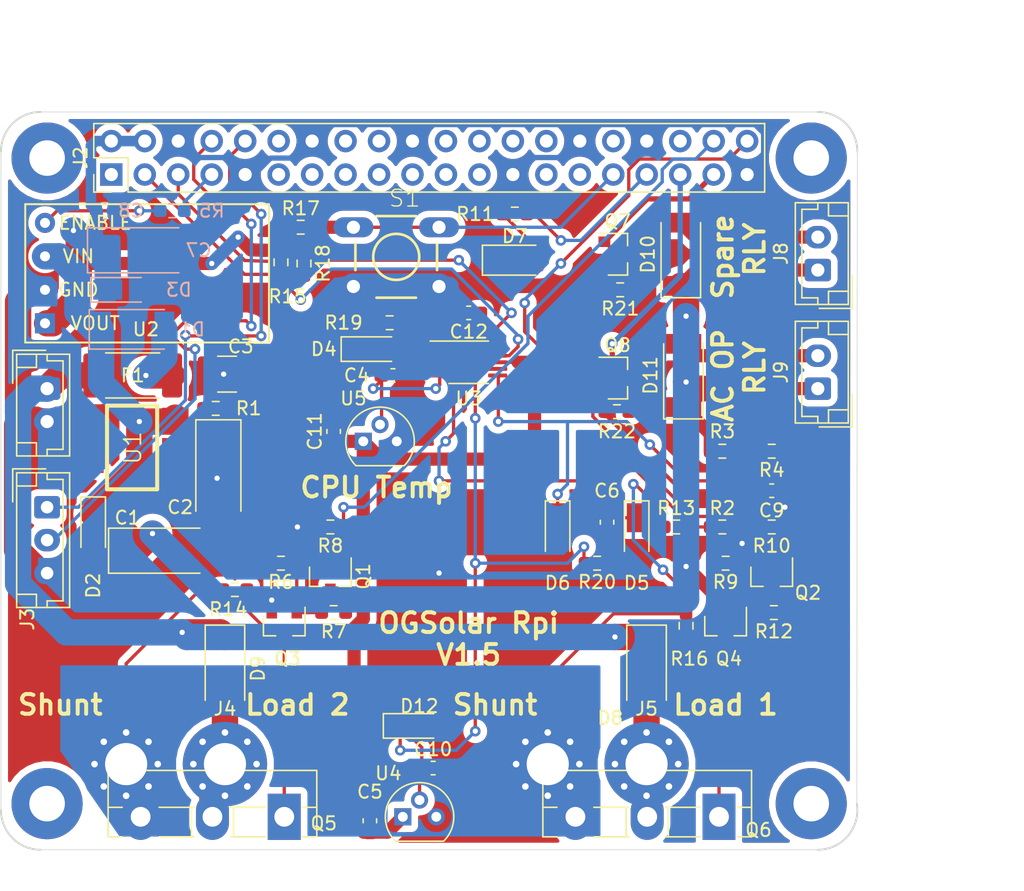
<source format=kicad_pcb>
(kicad_pcb (version 20171130) (host pcbnew 5.1.10-88a1d61d58~88~ubuntu20.04.1)
  (title_block (title "OGSolar RPi Hat") (rev 1.5))
  (layers (0 F.Cu signal) (31 B.Cu signal) (34 B.Paste user) (35 F.Paste user) (36 B.SilkS user) (37 F.SilkS user) (38 B.Mask user) (39 F.Mask user) (44 Edge.Cuts user))
  (net 0 "")
  (net 1 VIN)
  (net 2 GND)
  (net 3 "Net-(C2-Pad1)")
  (net 4 VCC)
  (net 5 VCC_RPI)
  (net 6 "Net-(D1-Pad2)")
  (net 7 "Net-(J2-Pad1)")
  (net 8 "Net-(J2-Pad7)")
  (net 9 TXD)
  (net 10 RXD)
  (net 11 "Net-(J2-Pad11)")
  (net 12 "Net-(J2-Pad12)")
  (net 13 "Net-(J2-Pad13)")
  (net 14 "Net-(J2-Pad15)")
  (net 15 "Net-(J2-Pad16)")
  (net 16 "Net-(J2-Pad18)")
  (net 17 "Net-(J2-Pad19)")
  (net 18 "Net-(J2-Pad21)")
  (net 19 "Net-(J2-Pad22)")
  (net 20 "Net-(J2-Pad23)")
  (net 21 "Net-(J2-Pad24)")
  (net 22 "Net-(J2-Pad26)")
  (net 23 "Net-(J2-Pad27)")
  (net 24 "Net-(J2-Pad28)")
  (net 25 "Net-(J2-Pad29)")
  (net 26 "Net-(J2-Pad31)")
  (net 27 "Net-(J2-Pad32)")
  (net 28 "Net-(J2-Pad33)")
  (net 29 "Net-(J2-Pad36)")
  (net 30 "Net-(J2-Pad17)")
  (net 31 "Net-(C6-Pad1)")
  (net 32 "Net-(C9-Pad1)")
  (net 33 "Net-(D7-Pad2)")
  (net 34 /Load1)
  (net 35 /Load2)
  (net 36 "Net-(D10-Pad2)")
  (net 37 "Net-(D11-Pad2)")
  (net 38 SDA)
  (net 39 SCL)
  (net 40 /RLY1)
  (net 41 /RLY2)
  (net 42 L1)
  (net 43 SHUNT)
  (net 44 "Net-(Q1-Pad3)")
  (net 45 "Net-(Q2-Pad3)")
  (net 46 "Net-(Q3-Pad3)")
  (net 47 "Net-(Q3-Pad1)")
  (net 48 "Net-(Q4-Pad1)")
  (net 49 "Net-(Q4-Pad3)")
  (net 50 "Net-(R5-Pad2)")
  (net 51 "Net-(U3-Pad2)")
  (net 52 T2)
  (net 53 T1)
  (net 54 J1-1)
  (net 55 L2)
  (module Package_TO_SOT_THT:TO-92 (layer F.Cu) (at 140.5 108.5)
    (fp_text reference U4 (at -1.1 -3.3) (layer F.SilkS))
    (fp_text value MCP9700T-ETT hide)
    (pad 2 thru_hole circle (at 1.27 -1.27) (size 1.3 1.3) (drill 0.75) (layers *.Cu *.Mask) (net 53 T1))
    (pad 3 thru_hole circle (at 2.54 0) (size 1.3 1.3) (drill 0.75) (layers *.Cu *.Mask) (net 2 GND))
    (pad 1 thru_hole rect (at 0 0) (size 1.3 1.3) (drill 0.75) (layers *.Cu *.Mask) (net 4 VCC))
  )
  (module MountingHole:MountingHole_2.7mm_M2.5_Pad (layer F.Cu) (at 113.5 107.5)
    (fp_text reference REF** hide)
    (fp_text value MountingHole_2.7mm_M2.5_Pad hide)
    (pad 1 thru_hole circle (at 0 0) (size 5.4 5.4) (drill 2.7) (layers *.Cu *.Mask))
  )
  (module MountingHole:MountingHole_2.7mm_M2.5_Pad (layer F.Cu) (at 171.5 107.5)
    (fp_text reference REF** hide)
    (fp_text value MountingHole_2.7mm_M2.5_Pad hide)
    (pad 1 thru_hole circle (at 0 0) (size 5.4 5.4) (drill 2.7) (layers *.Cu *.Mask))
  )
  (module MountingHole:MountingHole_2.7mm_M2.5_Pad (layer F.Cu) (at 171.5 58.5)
    (fp_text reference REF** hide)
    (fp_text value MountingHole_2.7mm_M2.5_Pad hide)
    (pad 1 thru_hole circle (at 0 0) (size 5.4 5.4) (drill 2.7) (layers *.Cu *.Mask))
  )
  (module MountingHole:MountingHole_2.7mm_M2.5_Pad (layer F.Cu) (at 113.5 58.5)
    (fp_text reference REF** hide)
    (fp_text value MountingHole_2.7mm_M2.5_Pad hide)
    (pad 1 thru_hole circle (at 0 0) (size 5.4 5.4) (drill 2.7) (layers *.Cu *.Mask))
  )
  (module Capacitor_Tantalum_SMD:CP_EIA-6032-15_Kemet-U_Pad2.25x2.35mm_HandSolder (layer F.Cu) (at 122.1 88.3)
    (fp_text reference C1 (at -2.5 -2.5 -180) (layer F.SilkS))
    (fp_text value CP hide)
    (pad 1 smd roundrect (at -2.55 0) (size 2.25 2.35) (layers F.Cu F.Paste F.Mask) (roundrect_rratio 0.1111106666666667) (net 1 VIN))
    (pad 2 smd roundrect (at 2.55 0) (size 2.25 2.35) (layers F.Cu F.Paste F.Mask) (roundrect_rratio 0.1111106666666667) (net 2 GND))
  )
  (module Capacitor_Tantalum_SMD:CP_EIA-6032-15_Kemet-U_Pad2.25x2.35mm_HandSolder (layer F.Cu) (at 126.5 82.3 270)
    (fp_text reference C2 (at 2.7 2.9 180) (layer F.SilkS))
    (fp_text value CP hide)
    (pad 1 smd roundrect (at -2.55 0 270) (size 2.25 2.35) (layers F.Cu F.Paste F.Mask) (roundrect_rratio 0.1111106666666667) (net 3 "Net-(C2-Pad1)"))
    (pad 2 smd roundrect (at 2.55 0 270) (size 2.25 2.35) (layers F.Cu F.Paste F.Mask) (roundrect_rratio 0.1111106666666667) (net 2 GND))
  )
  (module Capacitor_Tantalum_SMD:CP_EIA-6032-15_Kemet-U_Pad2.25x2.35mm_HandSolder (layer B.Cu) (at 120.5 65.5)
    (fp_text reference C7 (at 4.5 0 180) (layer B.SilkS) (effects (justify mirror)))
    (fp_text value CP hide)
    (pad 2 smd roundrect (at 2.55 0) (size 2.25 2.35) (layers B.Cu B.Paste B.Mask) (roundrect_rratio 0.1111106666666667) (net 2 GND))
    (pad 1 smd roundrect (at -2.55 0) (size 2.25 2.35) (layers B.Cu B.Paste B.Mask) (roundrect_rratio 0.1111106666666667) (net 5 VCC_RPI))
  )
  (module Capacitor_SMD:C_0504_1310Metric_Pad0.83x1.28mm_HandSolder (layer B.Cu) (at 117.8725 62.5)
    (fp_text reference C8 (at 2 0) (layer B.SilkS) (effects (justify mirror)))
    (fp_text value C hide)
    (pad 1 smd roundrect (at -0.6275 0) (size 0.835 1.28) (layers B.Cu B.Paste B.Mask) (net 5 VCC_RPI))
    (pad 2 smd roundrect (at 0.6275 0) (size 0.835 1.28) (layers B.Cu B.Paste B.Mask) (net 2 GND))
  )
  (module Diode_SMD:D_MicroMELF_Handsoldering (layer F.Cu) (at 117 86.95 270)
    (fp_text reference D2 (at 4 0 270) (layer F.SilkS))
    (fp_text value 20V hide)
    (pad 1 smd rect (at -1.45 0 270) (size 2.2 1.5) (layers F.Cu F.Paste F.Mask) (net 1 VIN))
    (pad 2 smd rect (at 1.45 0 270) (size 2.2 1.5) (layers F.Cu F.Paste F.Mask) (net 2 GND))
  )
  (module Diode_SMD:D_MicroMELF_Handsoldering (layer B.Cu) (at 119.55 68.5)
    (fp_text reference D3 (at 3.95 0) (layer B.SilkS) (effects (justify mirror)))
    (fp_text value 5V1 hide)
    (pad 2 smd rect (at 1.45 0) (size 2.2 1.5) (layers B.Cu B.Paste B.Mask) (net 2 GND))
    (pad 1 smd rect (at -1.45 0) (size 2.2 1.5) (layers B.Cu B.Paste B.Mask) (net 5 VCC_RPI))
  )
  (module Fuse:Fuse_2512_6332Metric_Pad1.52x3.35mm_HandSolder (layer F.Cu) (at 120 75 180)
    (fp_text reference F1 (at 0 0) (layer F.SilkS))
    (fp_text value Fuse hide)
    (pad 1 smd roundrect (at -2.9875 0 180) (size 1.525 3.35) (layers F.Cu F.Paste F.Mask) (roundrect_rratio 0.1639337704918033) (net 6 "Net-(D1-Pad2)"))
    (pad 2 smd roundrect (at 2.9875 0 180) (size 1.525 3.35) (layers F.Cu F.Paste F.Mask) (roundrect_rratio 0.1639337704918033) (net 54 J1-1))
  )
  (module Connector_JST:JST_EH_B2B-EH-A_1x02_P2.50mm_Vertical (layer F.Cu) (at 113.5 76 270)
    (fp_text reference J1 hide)
    (fp_text value Conn_01x02_Male hide)
    (pad 1 thru_hole roundrect (at 0 0 270) (size 1.7 2) (drill 1) (layers *.Cu *.Mask) (roundrect_rratio 0.1470588235294118) (net 54 J1-1))
    (pad 2 thru_hole oval (at 2.5 0 270) (size 1.7 2) (drill 1) (layers *.Cu *.Mask) (net 2 GND))
  )
  (module Connector_JST:JST_EH_B3B-EH-A_1x03_P2.50mm_Vertical (layer F.Cu) (at 113.5 85 270)
    (fp_text reference J3 (at 8.5 1.5 90) (layer F.SilkS))
    (fp_text value Conn_01x03 hide)
    (pad 1 thru_hole roundrect (at 0 0 270) (size 1.7 1.95) (drill 0.95) (layers *.Cu *.Mask) (roundrect_rratio 0.1470588235294118) (net 10 RXD))
    (pad 2 thru_hole oval (at 2.5 0 270) (size 1.7 1.95) (drill 0.95) (layers *.Cu *.Mask) (net 9 TXD))
    (pad 3 thru_hole oval (at 5 0 270) (size 1.7 1.95) (drill 0.95) (layers *.Cu *.Mask) (net 2 GND))
  )
  (module Resistor_SMD:R_0603_1608Metric_Pad0.98x0.95mm_HandSolder (layer F.Cu) (at 126.3 77.5 180)
    (fp_text reference R1 (at -2.5 0) (layer F.SilkS))
    (fp_text value 10R hide)
    (pad 1 smd roundrect (at -0.9125 0 180) (size 0.975 0.95) (layers F.Cu F.Paste F.Mask) (net 4 VCC))
    (pad 2 smd roundrect (at 0.9125 0 180) (size 0.975 0.95) (layers F.Cu F.Paste F.Mask) (net 3 "Net-(C2-Pad1)"))
  )
  (module Resistor_SMD:R_0603_1608Metric_Pad0.98x0.95mm_HandSolder (layer B.Cu) (at 123 62.5 180)
    (fp_text reference R5 (at -3 0) (layer B.SilkS) (effects (justify mirror)))
    (fp_text value DNF hide)
    (pad 2 smd roundrect (at 0.9125 0 180) (size 0.975 0.95) (layers B.Cu B.Paste B.Mask) (net 50 "Net-(R5-Pad2)"))
    (pad 1 smd roundrect (at -0.9125 0 180) (size 0.975 0.95) (layers B.Cu B.Paste B.Mask) (net 8 "Net-(J2-Pad7)"))
  )
  (module PJA_From_Eagle:SOT-223 (layer F.Cu) (at 120 80.5 90)
    (fp_text reference U1 (at 0 0 90) (layer F.SilkS) (effects (font (size 1.27 1.27) (thickness 0.127))))
    (fp_text value LM1117-5V hide)
    (pad 1 smd rect (at -2.2987 3.23342 90) (size 1.4986 2.0066) (layers F.Cu F.Paste F.Mask) (net 2 GND))
    (pad 2 smd rect (at 0 3.23342 90) (size 1.4986 2.0066) (layers F.Cu F.Paste F.Mask) (net 3 "Net-(C2-Pad1)"))
    (pad 3 smd rect (at 2.2987 3.23342 90) (size 1.4986 2.0066) (layers F.Cu F.Paste F.Mask) (net 1 VIN))
    (pad 4 smd rect (at 0 -3.175 90) (size 3.81 1.9304) (layers F.Cu F.Paste F.Mask))
  )
  (module Connector_PinHeader_2.54mm:PinHeader_2x20_P2.54mm_Vertical (layer F.Cu) (at 118.375 59.75 90)
    (fp_text reference J2 (at 1.27 -2.33 90) (layer F.SilkS))
    (fp_text value Raspberry_Pi_2_3_4 hide)
    (pad 1 thru_hole rect (at 0 0 90) (size 1.7 1.7) (drill 1) (layers *.Cu *.Mask) (net 7 "Net-(J2-Pad1)"))
    (pad 2 thru_hole oval (at 2.54 0 90) (size 1.7 1.7) (drill 1) (layers *.Cu *.Mask) (net 5 VCC_RPI))
    (pad 3 thru_hole oval (at 0 2.54 90) (size 1.7 1.7) (drill 1) (layers *.Cu *.Mask) (net 38 SDA))
    (pad 4 thru_hole oval (at 2.54 2.54 90) (size 1.7 1.7) (drill 1) (layers *.Cu *.Mask) (net 5 VCC_RPI))
    (pad 5 thru_hole oval (at 0 5.08 90) (size 1.7 1.7) (drill 1) (layers *.Cu *.Mask) (net 39 SCL))
    (pad 6 thru_hole oval (at 2.54 5.08 90) (size 1.7 1.7) (drill 1) (layers *.Cu *.Mask) (net 2 GND))
    (pad 7 thru_hole oval (at 0 7.62 90) (size 1.7 1.7) (drill 1) (layers *.Cu *.Mask) (net 8 "Net-(J2-Pad7)"))
    (pad 8 thru_hole oval (at 2.54 7.62 90) (size 1.7 1.7) (drill 1) (layers *.Cu *.Mask) (net 9 TXD))
    (pad 9 thru_hole oval (at 0 10.16 90) (size 1.7 1.7) (drill 1) (layers *.Cu *.Mask) (net 2 GND))
    (pad 10 thru_hole oval (at 2.54 10.16 90) (size 1.7 1.7) (drill 1) (layers *.Cu *.Mask) (net 10 RXD))
    (pad 11 thru_hole oval (at 0 12.7 90) (size 1.7 1.7) (drill 1) (layers *.Cu *.Mask) (net 11 "Net-(J2-Pad11)"))
    (pad 12 thru_hole oval (at 2.54 12.7 90) (size 1.7 1.7) (drill 1) (layers *.Cu *.Mask) (net 12 "Net-(J2-Pad12)"))
    (pad 13 thru_hole oval (at 0 15.24 90) (size 1.7 1.7) (drill 1) (layers *.Cu *.Mask) (net 13 "Net-(J2-Pad13)"))
    (pad 14 thru_hole oval (at 2.54 15.24 90) (size 1.7 1.7) (drill 1) (layers *.Cu *.Mask) (net 2 GND))
    (pad 15 thru_hole oval (at 0 17.78 90) (size 1.7 1.7) (drill 1) (layers *.Cu *.Mask) (net 14 "Net-(J2-Pad15)"))
    (pad 16 thru_hole oval (at 2.54 17.78 90) (size 1.7 1.7) (drill 1) (layers *.Cu *.Mask) (net 15 "Net-(J2-Pad16)"))
    (pad 17 thru_hole oval (at 0 20.32 90) (size 1.7 1.7) (drill 1) (layers *.Cu *.Mask) (net 30 "Net-(J2-Pad17)"))
    (pad 18 thru_hole oval (at 2.54 20.32 90) (size 1.7 1.7) (drill 1) (layers *.Cu *.Mask) (net 16 "Net-(J2-Pad18)"))
    (pad 19 thru_hole oval (at 0 22.86 90) (size 1.7 1.7) (drill 1) (layers *.Cu *.Mask) (net 17 "Net-(J2-Pad19)"))
    (pad 20 thru_hole oval (at 2.54 22.86 90) (size 1.7 1.7) (drill 1) (layers *.Cu *.Mask) (net 2 GND))
    (pad 21 thru_hole oval (at 0 25.4 90) (size 1.7 1.7) (drill 1) (layers *.Cu *.Mask) (net 18 "Net-(J2-Pad21)"))
    (pad 22 thru_hole oval (at 2.54 25.4 90) (size 1.7 1.7) (drill 1) (layers *.Cu *.Mask) (net 19 "Net-(J2-Pad22)"))
    (pad 23 thru_hole oval (at 0 27.94 90) (size 1.7 1.7) (drill 1) (layers *.Cu *.Mask) (net 20 "Net-(J2-Pad23)"))
    (pad 24 thru_hole oval (at 2.54 27.94 90) (size 1.7 1.7) (drill 1) (layers *.Cu *.Mask) (net 21 "Net-(J2-Pad24)"))
    (pad 25 thru_hole oval (at 0 30.48 90) (size 1.7 1.7) (drill 1) (layers *.Cu *.Mask) (net 2 GND))
    (pad 26 thru_hole oval (at 2.54 30.48 90) (size 1.7 1.7) (drill 1) (layers *.Cu *.Mask) (net 22 "Net-(J2-Pad26)"))
    (pad 27 thru_hole oval (at 0 33.02 90) (size 1.7 1.7) (drill 1) (layers *.Cu *.Mask) (net 23 "Net-(J2-Pad27)"))
    (pad 28 thru_hole oval (at 2.54 33.02 90) (size 1.7 1.7) (drill 1) (layers *.Cu *.Mask) (net 24 "Net-(J2-Pad28)"))
    (pad 29 thru_hole oval (at 0 35.56 90) (size 1.7 1.7) (drill 1) (layers *.Cu *.Mask) (net 25 "Net-(J2-Pad29)"))
    (pad 30 thru_hole oval (at 2.54 35.56 90) (size 1.7 1.7) (drill 1) (layers *.Cu *.Mask) (net 2 GND))
    (pad 31 thru_hole oval (at 0 38.1 90) (size 1.7 1.7) (drill 1) (layers *.Cu *.Mask) (net 26 "Net-(J2-Pad31)"))
    (pad 32 thru_hole oval (at 2.54 38.1 90) (size 1.7 1.7) (drill 1) (layers *.Cu *.Mask) (net 27 "Net-(J2-Pad32)"))
    (pad 33 thru_hole oval (at 0 40.64 90) (size 1.7 1.7) (drill 1) (layers *.Cu *.Mask) (net 28 "Net-(J2-Pad33)"))
    (pad 34 thru_hole oval (at 2.54 40.64 90) (size 1.7 1.7) (drill 1) (layers *.Cu *.Mask) (net 2 GND))
    (pad 35 thru_hole oval (at 0 43.18 90) (size 1.7 1.7) (drill 1) (layers *.Cu *.Mask) (net 40 /RLY1))
    (pad 36 thru_hole oval (at 2.54 43.18 90) (size 1.7 1.7) (drill 1) (layers *.Cu *.Mask) (net 29 "Net-(J2-Pad36)"))
    (pad 37 thru_hole oval (at 0 45.72 90) (size 1.7 1.7) (drill 1) (layers *.Cu *.Mask) (net 41 /RLY2))
    (pad 38 thru_hole oval (at 2.54 45.72 90) (size 1.7 1.7) (drill 1) (layers *.Cu *.Mask) (net 55 L2))
    (pad 39 thru_hole oval (at 0 48.26 90) (size 1.7 1.7) (drill 1) (layers *.Cu *.Mask) (net 2 GND))
    (pad 40 thru_hole oval (at 2.54 48.26 90) (size 1.7 1.7) (drill 1) (layers *.Cu *.Mask) (net 42 L1))
  )
  (module Diode_SMD:D_MELF (layer B.Cu) (at 120 71.5)
    (fp_text reference D1 (at 4.5 0) (layer B.SilkS) (effects (justify mirror)))
    (fp_text value 1N4004 hide)
    (pad 1 smd rect (at -2.4 0) (size 1.5 2.7) (layers B.Cu B.Paste B.Mask) (net 1 VIN))
    (pad 2 smd rect (at 2.4 0) (size 1.5 2.7) (layers B.Cu B.Paste B.Mask) (net 6 "Net-(D1-Pad2)"))
  )
  (module PJA_Modules:BUCK_REG_ADJ1_HORIZONTAL (layer F.Cu) (at 123.5 68.5)
    (fp_text reference U2 (at -2.5 3) (layer F.SilkS))
    (fp_text value BUCK_REG_ADJ1 hide)
    (fp_text user GND (at -7.62 0) (layer F.SilkS))
    (fp_text user VIN (at -7.62 -2.54) (layer F.SilkS))
    (fp_text user ENABLE (at -6.35 -5.08) (layer F.SilkS))
    (fp_text user VOUT (at -6.35 2.54) (layer F.SilkS))
    (pad 1 thru_hole rect (at -10.16 2.54) (size 1.524 1.524) (drill 0.762) (layers *.Cu *.Mask) (net 5 VCC_RPI))
    (pad 2 thru_hole circle (at -10.16 0) (size 1.524 1.524) (drill 0.762) (layers *.Cu *.Mask) (net 2 GND))
    (pad 3 thru_hole circle (at -10.16 -2.54) (size 1.524 1.524) (drill 0.762) (layers *.Cu *.Mask) (net 1 VIN))
    (pad 4 thru_hole circle (at -10.16 -5.08) (size 1.524 1.524) (drill 0.762) (layers *.Cu *.Mask) (net 50 "Net-(R5-Pad2)"))
  )
  (module Capacitor_SMD:C_1210_3225Metric_Pad1.33x2.70mm_HandSolder (layer F.Cu) (at 127.1625 74.9 180)
    (fp_text reference C3 (at -1.0375 2.1) (layer F.SilkS))
    (fp_text value CP hide)
    (pad 1 smd roundrect (at -1.5625 0 180) (size 1.325 2.7) (layers F.Cu F.Paste F.Mask) (roundrect_rratio 0.1886784905660377) (net 4 VCC))
    (pad 2 smd roundrect (at 1.5625 0 180) (size 1.325 2.7) (layers F.Cu F.Paste F.Mask) (roundrect_rratio 0.1886784905660377) (net 2 GND))
  )
  (module Capacitor_SMD:C_0603_1608Metric_Pad1.08x0.95mm_HandSolder (layer F.Cu) (at 139.75 75)
    (fp_text reference C4 (at -2.75 0) (layer F.SilkS))
    (fp_text value 0.1uf hide)
    (pad 1 smd roundrect (at -0.8625 0) (size 1.075 0.95) (layers F.Cu F.Paste F.Mask) (net 52 T2))
    (pad 2 smd roundrect (at 0.8625 0) (size 1.075 0.95) (layers F.Cu F.Paste F.Mask) (net 2 GND))
  )
  (module Capacitor_SMD:C_0603_1608Metric_Pad1.08x0.95mm_HandSolder (layer F.Cu) (at 156 86.1375 270)
    (fp_text reference C6 (at -2.3875 0 180) (layer F.SilkS))
    (fp_text value 0.1uf)
    (pad 1 smd roundrect (at -0.8625 0 270) (size 1.075 0.95) (layers F.Cu F.Paste F.Mask) (net 31 "Net-(C6-Pad1)"))
    (pad 2 smd roundrect (at 0.8625 0 270) (size 1.075 0.95) (layers F.Cu F.Paste F.Mask) (net 2 GND))
  )
  (module Capacitor_SMD:C_0603_1608Metric_Pad1.08x0.95mm_HandSolder (layer F.Cu) (at 168.5 83.75)
    (fp_text reference C9 (at 0 1.5) (layer F.SilkS))
    (fp_text value 0.1uf)
    (pad 2 smd roundrect (at 0.8625 0) (size 1.075 0.95) (layers F.Cu F.Paste F.Mask) (net 2 GND))
    (pad 1 smd roundrect (at -0.8625 0) (size 1.075 0.95) (layers F.Cu F.Paste F.Mask) (net 32 "Net-(C9-Pad1)"))
  )
  (module Diode_SMD:D_MicroMELF_Handsoldering (layer F.Cu) (at 138.55 73)
    (fp_text reference D4 (at -4.05 0) (layer F.SilkS))
    (fp_text value 3V9 hide)
    (pad 2 smd rect (at 1.45 0) (size 2.2 1.5) (layers F.Cu F.Paste F.Mask) (net 2 GND))
    (pad 1 smd rect (at -1.45 0) (size 2.2 1.5) (layers F.Cu F.Paste F.Mask) (net 52 T2))
  )
  (module Diode_SMD:D_MicroMELF_Handsoldering (layer F.Cu) (at 158.25 87.25 270)
    (fp_text reference D5 (at 3.5 0 180) (layer F.SilkS))
    (fp_text value 3V9)
    (pad 1 smd rect (at -1.45 0 270) (size 2.2 1.5) (layers F.Cu F.Paste F.Mask) (net 31 "Net-(C6-Pad1)"))
    (pad 2 smd rect (at 1.45 0 270) (size 2.2 1.5) (layers F.Cu F.Paste F.Mask) (net 2 GND))
  )
  (module Diode_SMD:D_MicroMELF_Handsoldering (layer F.Cu) (at 152.25 87.25 270)
    (fp_text reference D6 (at 3.5 0 180) (layer F.SilkS))
    (fp_text value 3V9)
    (pad 1 smd rect (at -1.45 0 270) (size 2.2 1.5) (layers F.Cu F.Paste F.Mask) (net 32 "Net-(C9-Pad1)"))
    (pad 2 smd rect (at 1.45 0 270) (size 2.2 1.5) (layers F.Cu F.Paste F.Mask) (net 2 GND))
  )
  (module LED_SMD:LED_1206_3216Metric_Pad1.42x1.75mm_HandSolder (layer F.Cu) (at 149 66.25)
    (fp_text reference D7 (at 0 -1.82) (layer F.SilkS))
    (fp_text value LED hide)
    (pad 1 smd roundrect (at -1.4875 0) (size 1.425 1.75) (layers F.Cu F.Paste F.Mask) (roundrect_rratio 0.1754385964912281) (net 2 GND))
    (pad 2 smd roundrect (at 1.4875 0) (size 1.425 1.75) (layers F.Cu F.Paste F.Mask) (roundrect_rratio 0.1754385964912281) (net 33 "Net-(D7-Pad2)"))
  )
  (module Diode_SMD:D_MELF (layer F.Cu) (at 159 97.25 270)
    (fp_text reference D8 (at 3.75 2.75 180) (layer F.SilkS))
    (fp_text value 1N4004 hide)
    (pad 2 smd rect (at 2.4 0 270) (size 1.5 2.7) (layers F.Cu F.Paste F.Mask) (net 34 /Load1))
    (pad 1 smd rect (at -2.4 0 270) (size 1.5 2.7) (layers F.Cu F.Paste F.Mask) (net 54 J1-1))
  )
  (module Diode_SMD:D_MELF (layer F.Cu) (at 127 97.25 270)
    (fp_text reference D9 (at 0 -2.5 90) (layer F.SilkS))
    (fp_text value 1N4004)
    (pad 1 smd rect (at -2.4 0 270) (size 1.5 2.7) (layers F.Cu F.Paste F.Mask) (net 54 J1-1))
    (pad 2 smd rect (at 2.4 0 270) (size 1.5 2.7) (layers F.Cu F.Paste F.Mask) (net 35 /Load2))
  )
  (module Diode_SMD:D_MELF (layer F.Cu) (at 161.6 65.8 90)
    (fp_text reference D10 (at 0 -2.5 90) (layer F.SilkS))
    (fp_text value 1N4004 hide)
    (pad 2 smd rect (at 2.4 0 90) (size 1.5 2.7) (layers F.Cu F.Paste F.Mask) (net 36 "Net-(D10-Pad2)"))
    (pad 1 smd rect (at -2.4 0 90) (size 1.5 2.7) (layers F.Cu F.Paste F.Mask) (net 1 VIN))
  )
  (module Diode_SMD:D_MELF (layer F.Cu) (at 161.8 75 90)
    (fp_text reference D11 (at 0 -2.5 90) (layer F.SilkS))
    (fp_text value 1N4004 hide)
    (pad 1 smd rect (at -2.4 0 90) (size 1.5 2.7) (layers F.Cu F.Paste F.Mask) (net 1 VIN))
    (pad 2 smd rect (at 2.4 0 90) (size 1.5 2.7) (layers F.Cu F.Paste F.Mask) (net 37 "Net-(D11-Pad2)"))
  )
  (module Connector_JST:JST_EH_B2B-EH-A_1x02_P2.50mm_Vertical (layer F.Cu) (at 172 67 90)
    (fp_text reference J8 (at 1.25 -2.8 90) (layer F.SilkS))
    (fp_text value Spare)
    (pad 2 thru_hole oval (at 2.5 0 90) (size 1.7 2) (drill 1) (layers *.Cu *.Mask) (net 36 "Net-(D10-Pad2)"))
    (pad 1 thru_hole roundrect (at 0 0 90) (size 1.7 2) (drill 1) (layers *.Cu *.Mask) (roundrect_rratio 0.1470588235294118) (net 1 VIN))
  )
  (module Connector_JST:JST_EH_B2B-EH-A_1x02_P2.50mm_Vertical (layer F.Cu) (at 172 76 90)
    (fp_text reference J9 (at 1.25 -2.8 90) (layer F.SilkS))
    (fp_text value "AC Output Select" hide)
    (pad 1 thru_hole roundrect (at 0 0 90) (size 1.7 2) (drill 1) (layers *.Cu *.Mask) (roundrect_rratio 0.1470588235294118) (net 1 VIN))
    (pad 2 thru_hole oval (at 2.5 0 90) (size 1.7 2) (drill 1) (layers *.Cu *.Mask) (net 37 "Net-(D11-Pad2)"))
  )
  (module Package_TO_SOT_SMD:SOT-23 (layer F.Cu) (at 135 90.25 270)
    (fp_text reference Q1 (at 0 -2.5 90) (layer F.SilkS))
    (fp_text value 2N7002)
    (pad 1 smd rect (at -1 -0.95 270) (size 0.9 0.8) (layers F.Cu F.Paste F.Mask) (net 55 L2))
    (pad 2 smd rect (at -1 0.95 270) (size 0.9 0.8) (layers F.Cu F.Paste F.Mask) (net 2 GND))
    (pad 3 smd rect (at 1 0 270) (size 0.9 0.8) (layers F.Cu F.Paste F.Mask) (net 44 "Net-(Q1-Pad3)"))
  )
  (module Package_TO_SOT_SMD:SOT-23 (layer F.Cu) (at 168.5 90.25 270)
    (fp_text reference Q2 (at 1.25 -2.75 180) (layer F.SilkS))
    (fp_text value 2N7002 hide)
    (pad 3 smd rect (at 1 0 270) (size 0.9 0.8) (layers F.Cu F.Paste F.Mask) (net 45 "Net-(Q2-Pad3)"))
    (pad 2 smd rect (at -1 0.95 270) (size 0.9 0.8) (layers F.Cu F.Paste F.Mask) (net 2 GND))
    (pad 1 smd rect (at -1 -0.95 270) (size 0.9 0.8) (layers F.Cu F.Paste F.Mask) (net 42 L1))
  )
  (module Package_TO_SOT_SMD:SOT-23 (layer F.Cu) (at 131.5 94 270)
    (fp_text reference Q3 (at 2.5 -0.25 180) (layer F.SilkS))
    (fp_text value DMP3099L-7)
    (pad 3 smd rect (at 1 0 270) (size 0.9 0.8) (layers F.Cu F.Paste F.Mask) (net 46 "Net-(Q3-Pad3)"))
    (pad 2 smd rect (at -1 0.95 270) (size 0.9 0.8) (layers F.Cu F.Paste F.Mask) (net 1 VIN))
    (pad 1 smd rect (at -1 -0.95 270) (size 0.9 0.8) (layers F.Cu F.Paste F.Mask) (net 47 "Net-(Q3-Pad1)"))
  )
  (module Package_TO_SOT_SMD:SOT-23 (layer F.Cu) (at 165 94 270)
    (fp_text reference Q4 (at 2.5 -0.25 180) (layer F.SilkS))
    (fp_text value DMP3099L-7 hide)
    (pad 1 smd rect (at -1 -0.95 270) (size 0.9 0.8) (layers F.Cu F.Paste F.Mask) (net 48 "Net-(Q4-Pad1)"))
    (pad 2 smd rect (at -1 0.95 270) (size 0.9 0.8) (layers F.Cu F.Paste F.Mask) (net 1 VIN))
    (pad 3 smd rect (at 1 0 270) (size 0.9 0.8) (layers F.Cu F.Paste F.Mask) (net 49 "Net-(Q4-Pad3)"))
  )
  (module PJA_From_Eagle:TO-3PN__Vertical (layer F.Cu) (at 131.5 108.5 180)
    (fp_text reference Q5 (at -3 -0.5) (layer F.SilkS))
    (fp_text value FQA70N10 hide)
    (pad 3 thru_hole oval (at 10.9 0 180) (size 2.5 3.5) (drill 1.5) (layers *.Cu *.Mask) (net 43 SHUNT))
    (pad 1 thru_hole oval (at 5.45 0 180) (size 2.5 3.5) (drill 1.5) (layers *.Cu *.Mask) (net 35 /Load2))
    (pad 2 thru_hole rect (at 0 0 180) (size 2.5 3.5) (drill 1.5) (layers *.Cu *.Mask) (net 46 "Net-(Q3-Pad3)"))
  )
  (module PJA_From_Eagle:TO-3PN__Vertical (layer F.Cu) (at 164.5 108.5 180)
    (fp_text reference Q6 (at -3 -1) (layer F.SilkS))
    (fp_text value FQA70N10 hide)
    (pad 2 thru_hole rect (at 0 0 180) (size 2.5 3.5) (drill 1.5) (layers *.Cu *.Mask) (net 49 "Net-(Q4-Pad3)"))
    (pad 1 thru_hole oval (at 5.45 0 180) (size 2.5 3.5) (drill 1.5) (layers *.Cu *.Mask) (net 34 /Load1))
    (pad 3 thru_hole oval (at 10.9 0 180) (size 2.5 3.5) (drill 1.5) (layers *.Cu *.Mask) (net 43 SHUNT))
  )
  (module Package_TO_SOT_SMD:SOT-23 (layer F.Cu) (at 156.8 65.8)
    (fp_text reference Q7 (at 0 -2.5) (layer F.SilkS))
    (fp_text value TSM2302CX hide)
    (pad 1 smd rect (at -1 -0.95) (size 0.9 0.8) (layers F.Cu F.Paste F.Mask) (net 41 /RLY2))
    (pad 2 smd rect (at -1 0.95) (size 0.9 0.8) (layers F.Cu F.Paste F.Mask) (net 2 GND))
    (pad 3 smd rect (at 1 0) (size 0.9 0.8) (layers F.Cu F.Paste F.Mask) (net 36 "Net-(D10-Pad2)"))
  )
  (module Package_TO_SOT_SMD:SOT-23 (layer F.Cu) (at 156.8 75.2)
    (fp_text reference Q8 (at 0 -2.5) (layer F.SilkS))
    (fp_text value TSM2302CX hide)
    (pad 3 smd rect (at 1 0) (size 0.9 0.8) (layers F.Cu F.Paste F.Mask) (net 37 "Net-(D11-Pad2)"))
    (pad 2 smd rect (at -1 0.95) (size 0.9 0.8) (layers F.Cu F.Paste F.Mask) (net 2 GND))
    (pad 1 smd rect (at -1 -0.95) (size 0.9 0.8) (layers F.Cu F.Paste F.Mask) (net 40 /RLY1))
  )
  (module Resistor_SMD:R_0603_1608Metric_Pad0.98x0.95mm_HandSolder (layer F.Cu) (at 164.75 86.5)
    (fp_text reference R2 (at 0 -1.43) (layer F.SilkS))
    (fp_text value DNF)
    (pad 2 smd roundrect (at 0.9125 0) (size 0.975 0.95) (layers F.Cu F.Paste F.Mask) (net 2 GND))
    (pad 1 smd roundrect (at -0.9125 0) (size 0.975 0.95) (layers F.Cu F.Paste F.Mask) (net 31 "Net-(C6-Pad1)"))
  )
  (module Resistor_SMD:R_0603_1608Metric_Pad0.98x0.95mm_HandSolder (layer F.Cu) (at 164.75 80.75 180)
    (fp_text reference R3 (at 0 1.5) (layer F.SilkS))
    (fp_text value 10K)
    (pad 1 smd roundrect (at -0.9125 0 180) (size 0.975 0.95) (layers F.Cu F.Paste F.Mask) (net 32 "Net-(C9-Pad1)"))
    (pad 2 smd roundrect (at 0.9125 0 180) (size 0.975 0.95) (layers F.Cu F.Paste F.Mask) (net 1 VIN))
  )
  (module Resistor_SMD:R_0603_1608Metric_Pad0.98x0.95mm_HandSolder (layer F.Cu) (at 168.5 80.75 180)
    (fp_text reference R4 (at 0 -1.43) (layer F.SilkS))
    (fp_text value 2K2)
    (pad 2 smd roundrect (at 0.9125 0 180) (size 0.975 0.95) (layers F.Cu F.Paste F.Mask) (net 32 "Net-(C9-Pad1)"))
    (pad 1 smd roundrect (at -0.9125 0 180) (size 0.975 0.95) (layers F.Cu F.Paste F.Mask) (net 2 GND))
  )
  (module Resistor_SMD:R_0603_1608Metric_Pad0.98x0.95mm_HandSolder (layer F.Cu) (at 131.25 89.25 180)
    (fp_text reference R6 (at 0 -1.43) (layer F.SilkS))
    (fp_text value 100K)
    (pad 1 smd roundrect (at -0.9125 0 180) (size 0.975 0.95) (layers F.Cu F.Paste F.Mask) (net 47 "Net-(Q3-Pad1)"))
    (pad 2 smd roundrect (at 0.9125 0 180) (size 0.975 0.95) (layers F.Cu F.Paste F.Mask) (net 1 VIN))
  )
  (module Resistor_SMD:R_0603_1608Metric_Pad0.98x0.95mm_HandSolder (layer F.Cu) (at 135.25 93 180)
    (fp_text reference R7 (at 0 -1.43) (layer F.SilkS))
    (fp_text value 10K)
    (pad 1 smd roundrect (at -0.9125 0 180) (size 0.975 0.95) (layers F.Cu F.Paste F.Mask) (net 44 "Net-(Q1-Pad3)"))
    (pad 2 smd roundrect (at 0.9125 0 180) (size 0.975 0.95) (layers F.Cu F.Paste F.Mask) (net 47 "Net-(Q3-Pad1)"))
  )
  (module Resistor_SMD:R_0603_1608Metric_Pad0.98x0.95mm_HandSolder (layer F.Cu) (at 135 86.5 180)
    (fp_text reference R8 (at 0 -1.43) (layer F.SilkS))
    (fp_text value 100K)
    (pad 1 smd roundrect (at -0.9125 0 180) (size 0.975 0.95) (layers F.Cu F.Paste F.Mask) (net 55 L2))
    (pad 2 smd roundrect (at 0.9125 0 180) (size 0.975 0.95) (layers F.Cu F.Paste F.Mask) (net 2 GND))
  )
  (module Resistor_SMD:R_0603_1608Metric_Pad0.98x0.95mm_HandSolder (layer F.Cu) (at 165 89.25 180)
    (fp_text reference R9 (at 0 -1.43) (layer F.SilkS))
    (fp_text value 100K)
    (pad 1 smd roundrect (at -0.9125 0 180) (size 0.975 0.95) (layers F.Cu F.Paste F.Mask) (net 48 "Net-(Q4-Pad1)"))
    (pad 2 smd roundrect (at 0.9125 0 180) (size 0.975 0.95) (layers F.Cu F.Paste F.Mask) (net 1 VIN))
  )
  (module Resistor_SMD:R_0603_1608Metric_Pad0.98x0.95mm_HandSolder (layer F.Cu) (at 168.5 86.5 180)
    (fp_text reference R10 (at 0 -1.43) (layer F.SilkS))
    (fp_text value 100K hide)
    (pad 2 smd roundrect (at 0.9125 0 180) (size 0.975 0.95) (layers F.Cu F.Paste F.Mask) (net 2 GND))
    (pad 1 smd roundrect (at -0.9125 0 180) (size 0.975 0.95) (layers F.Cu F.Paste F.Mask) (net 42 L1))
  )
  (module Resistor_SMD:R_0603_1608Metric_Pad0.98x0.95mm_HandSolder (layer F.Cu) (at 149 62.75 180)
    (fp_text reference R11 (at 3 0) (layer F.SilkS))
    (fp_text value 680R hide)
    (pad 2 smd roundrect (at 0.9125 0 180) (size 0.975 0.95) (layers F.Cu F.Paste F.Mask) (net 33 "Net-(D7-Pad2)"))
    (pad 1 smd roundrect (at -0.9125 0 180) (size 0.975 0.95) (layers F.Cu F.Paste F.Mask) (net 28 "Net-(J2-Pad33)"))
  )
  (module Resistor_SMD:R_0603_1608Metric_Pad0.98x0.95mm_HandSolder (layer F.Cu) (at 168.6625 93 180)
    (fp_text reference R12 (at 0 -1.43) (layer F.SilkS))
    (fp_text value 10K)
    (pad 2 smd roundrect (at 0.9125 0 180) (size 0.975 0.95) (layers F.Cu F.Paste F.Mask) (net 48 "Net-(Q4-Pad1)"))
    (pad 1 smd roundrect (at -0.9125 0 180) (size 0.975 0.95) (layers F.Cu F.Paste F.Mask) (net 45 "Net-(Q2-Pad3)"))
  )
  (module Resistor_SMD:R_0603_1608Metric_Pad0.98x0.95mm_HandSolder (layer F.Cu) (at 161.25 86.5)
    (fp_text reference R13 (at 0 -1.43) (layer F.SilkS))
    (fp_text value 4k7)
    (pad 2 smd roundrect (at 0.9125 0) (size 0.975 0.95) (layers F.Cu F.Paste F.Mask) (net 31 "Net-(C6-Pad1)"))
    (pad 1 smd roundrect (at -0.9125 0) (size 0.975 0.95) (layers F.Cu F.Paste F.Mask) (net 43 SHUNT))
  )
  (module Resistor_SMD:R_0603_1608Metric_Pad0.98x0.95mm_HandSolder (layer F.Cu) (at 127.75 91.25)
    (fp_text reference R14 (at -0.5 1.5) (layer F.SilkS))
    (fp_text value 100K)
    (pad 2 smd roundrect (at 0.9125 0) (size 0.975 0.95) (layers F.Cu F.Paste F.Mask) (net 46 "Net-(Q3-Pad3)"))
    (pad 1 smd roundrect (at -0.9125 0) (size 0.975 0.95) (layers F.Cu F.Paste F.Mask) (net 43 SHUNT))
  )
  (module Resistor_SMD:R_0603_1608Metric_Pad0.98x0.95mm_HandSolder (layer F.Cu) (at 131.25 66.4125 270)
    (fp_text reference R15 (at 2.5875 -0.5 180) (layer F.SilkS))
    (fp_text value 1K hide)
    (pad 2 smd roundrect (at 0.9125 0 270) (size 0.975 0.95) (layers F.Cu F.Paste F.Mask) (net 38 SDA))
    (pad 1 smd roundrect (at -0.9125 0 270) (size 0.975 0.95) (layers F.Cu F.Paste F.Mask) (net 5 VCC_RPI))
  )
  (module Resistor_SMD:R_0603_1608Metric_Pad0.98x0.95mm_HandSolder (layer F.Cu) (at 162 94 270)
    (fp_text reference R16 (at 2.5 -0.25 180) (layer F.SilkS))
    (fp_text value 100K hide)
    (pad 1 smd roundrect (at -0.9125 0 270) (size 0.975 0.95) (layers F.Cu F.Paste F.Mask) (net 43 SHUNT))
    (pad 2 smd roundrect (at 0.9125 0 270) (size 0.975 0.95) (layers F.Cu F.Paste F.Mask) (net 49 "Net-(Q4-Pad3)"))
  )
  (module Resistor_SMD:R_0603_1608Metric_Pad0.98x0.95mm_HandSolder (layer F.Cu) (at 132.75 63.75)
    (fp_text reference R17 (at 0 -1.43) (layer F.SilkS))
    (fp_text value 4k7 hide)
    (pad 1 smd roundrect (at -0.9125 0) (size 0.975 0.95) (layers F.Cu F.Paste F.Mask) (net 5 VCC_RPI))
    (pad 2 smd roundrect (at 0.9125 0) (size 0.975 0.95) (layers F.Cu F.Paste F.Mask) (net 26 "Net-(J2-Pad31)"))
  )
  (module Resistor_SMD:R_0603_1608Metric_Pad0.98x0.95mm_HandSolder (layer F.Cu) (at 133 66.5 270)
    (fp_text reference R18 (at 0 -1.43 90) (layer F.SilkS))
    (fp_text value 1K hide)
    (pad 1 smd roundrect (at -0.9125 0 270) (size 0.975 0.95) (layers F.Cu F.Paste F.Mask) (net 5 VCC_RPI))
    (pad 2 smd roundrect (at 0.9125 0 270) (size 0.975 0.95) (layers F.Cu F.Paste F.Mask) (net 39 SCL))
  )
  (module switch-tact:switch-tact-DTS-6 (layer F.Cu) (at 140 66)
    (fp_text reference S1 (at 0.635 -4.445) (layer F.SilkS) (effects (font (size 1.27 1.27) (thickness 0.1016))))
    (fp_text value DTS-6 hide)
    (pad 1 thru_hole oval (at -3.24866 -2.2479 90) (size 1.50622 3.01498) (drill 0.99822) (layers *.Cu *.Paste *.Mask) (net 26 "Net-(J2-Pad31)"))
    (pad 2 thru_hole oval (at 3.24866 -2.2479 90) (size 1.50622 3.01498) (drill 0.99822) (layers *.Cu *.Paste *.Mask) (net 26 "Net-(J2-Pad31)"))
    (pad 3 thru_hole oval (at -3.24866 2.2479 90) (size 1.50622 3.01498) (drill 0.99822) (layers *.Cu *.Paste *.Mask) (net 2 GND))
    (pad 4 thru_hole oval (at 3.24866 2.2479 90) (size 1.50622 3.01498) (drill 0.99822) (layers *.Cu *.Paste *.Mask) (net 2 GND))
  )
  (module Package_SO:VSSOP-10_3x3mm_P0.5mm (layer F.Cu) (at 145.5 74)
    (fp_text reference U3 (at 0 2.75) (layer F.SilkS))
    (fp_text value ADS1115IDGS hide)
    (pad 1 smd roundrect (at -2.2 -1) (size 1.45 0.3) (layers F.Cu F.Paste F.Mask) (net 2 GND))
    (pad 2 smd roundrect (at -2.2 -0.5) (size 1.45 0.3) (layers F.Cu F.Paste F.Mask) (net 51 "Net-(U3-Pad2)"))
    (pad 3 smd roundrect (at -2.2 0) (size 1.45 0.3) (layers F.Cu F.Paste F.Mask) (net 2 GND))
    (pad 4 smd roundrect (at -2.2 0.5) (size 1.45 0.3) (layers F.Cu F.Paste F.Mask) (net 31 "Net-(C6-Pad1)"))
    (pad 5 smd roundrect (at -2.2 1) (size 1.45 0.3) (layers F.Cu F.Paste F.Mask) (net 52 T2))
    (pad 6 smd roundrect (at 2.2 1) (size 1.45 0.3) (layers F.Cu F.Paste F.Mask) (net 32 "Net-(C9-Pad1)"))
    (pad 7 smd roundrect (at 2.2 0.5) (size 1.45 0.3) (layers F.Cu F.Paste F.Mask) (net 53 T1))
    (pad 8 smd roundrect (at 2.2 0) (size 1.45 0.3) (layers F.Cu F.Paste F.Mask) (net 4 VCC))
    (pad 9 smd roundrect (at 2.2 -0.5) (size 1.45 0.3) (layers F.Cu F.Paste F.Mask) (net 38 SDA))
    (pad 10 smd roundrect (at 2.2 -1) (size 1.45 0.3) (layers F.Cu F.Paste F.Mask) (net 39 SCL))
  )
  (module MountingHole:MountingHole_3.2mm_M3_Pad_Via (layer F.Cu) (at 127 104.5)
    (fp_text reference J4 (at 0 -4.2) (layer F.SilkS))
    (fp_text value "Load 2 (Spare)")
    (pad 1 thru_hole circle (at 1.697056 -1.697056) (size 0.8 0.8) (drill 0.5) (layers *.Cu *.Mask) (net 35 /Load2))
    (pad 1 thru_hole circle (at 0 -2.4) (size 0.8 0.8) (drill 0.5) (layers *.Cu *.Mask) (net 35 /Load2))
    (pad 1 thru_hole circle (at -1.697056 -1.697056) (size 0.8 0.8) (drill 0.5) (layers *.Cu *.Mask) (net 35 /Load2))
    (pad 1 thru_hole circle (at -2.4 0) (size 0.8 0.8) (drill 0.5) (layers *.Cu *.Mask) (net 35 /Load2))
    (pad 1 thru_hole circle (at -1.697056 1.697056) (size 0.8 0.8) (drill 0.5) (layers *.Cu *.Mask) (net 35 /Load2))
    (pad 1 thru_hole circle (at 0 2.4) (size 0.8 0.8) (drill 0.5) (layers *.Cu *.Mask) (net 35 /Load2))
    (pad 1 thru_hole circle (at 1.697056 1.697056) (size 0.8 0.8) (drill 0.5) (layers *.Cu *.Mask) (net 35 /Load2))
    (pad 1 thru_hole circle (at 2.4 0) (size 0.8 0.8) (drill 0.5) (layers *.Cu *.Mask) (net 35 /Load2))
    (pad 1 thru_hole circle (at 0 0) (size 6.4 6.4) (drill 3.2) (layers *.Cu *.Mask) (net 35 /Load2))
  )
  (module MountingHole:MountingHole_3.2mm_M3_Pad_Via (layer F.Cu) (at 159 104.5)
    (fp_text reference J5 (at 0 -4.2) (layer F.SilkS))
    (fp_text value "Load 1 (Inverter)")
    (pad 1 thru_hole circle (at 0 0) (size 6.4 6.4) (drill 3.2) (layers *.Cu *.Mask) (net 34 /Load1))
    (pad 1 thru_hole circle (at 2.4 0) (size 0.8 0.8) (drill 0.5) (layers *.Cu *.Mask) (net 34 /Load1))
    (pad 1 thru_hole circle (at 1.697056 1.697056) (size 0.8 0.8) (drill 0.5) (layers *.Cu *.Mask) (net 34 /Load1))
    (pad 1 thru_hole circle (at 0 2.4) (size 0.8 0.8) (drill 0.5) (layers *.Cu *.Mask) (net 34 /Load1))
    (pad 1 thru_hole circle (at -1.697056 1.697056) (size 0.8 0.8) (drill 0.5) (layers *.Cu *.Mask) (net 34 /Load1))
    (pad 1 thru_hole circle (at -2.4 0) (size 0.8 0.8) (drill 0.5) (layers *.Cu *.Mask) (net 34 /Load1))
    (pad 1 thru_hole circle (at -1.697056 -1.697056) (size 0.8 0.8) (drill 0.5) (layers *.Cu *.Mask) (net 34 /Load1))
    (pad 1 thru_hole circle (at 0 -2.4) (size 0.8 0.8) (drill 0.5) (layers *.Cu *.Mask) (net 34 /Load1))
    (pad 1 thru_hole circle (at 1.697056 -1.697056) (size 0.8 0.8) (drill 0.5) (layers *.Cu *.Mask) (net 34 /Load1))
  )
  (module MountingHole:MountingHole_3.2mm_M3_Pad_Via (layer F.Cu) (at 119.5 104.5)
    (fp_text reference J6 hide)
    (fp_text value "To Shunt Resistor")
    (pad 1 thru_hole circle (at 1.697056 -1.697056) (size 0.8 0.8) (drill 0.5) (layers *.Cu *.Mask) (net 43 SHUNT))
    (pad 1 thru_hole circle (at 0 -2.4) (size 0.8 0.8) (drill 0.5) (layers *.Cu *.Mask) (net 43 SHUNT))
    (pad 1 thru_hole circle (at -1.697056 -1.697056) (size 0.8 0.8) (drill 0.5) (layers *.Cu *.Mask) (net 43 SHUNT))
    (pad 1 thru_hole circle (at -2.4 0) (size 0.8 0.8) (drill 0.5) (layers *.Cu *.Mask) (net 43 SHUNT))
    (pad 1 thru_hole circle (at -1.697056 1.697056) (size 0.8 0.8) (drill 0.5) (layers *.Cu *.Mask) (net 43 SHUNT))
    (pad 1 thru_hole circle (at 0 2.4) (size 0.8 0.8) (drill 0.5) (layers *.Cu *.Mask) (net 43 SHUNT))
    (pad 1 thru_hole circle (at 1.697056 1.697056) (size 0.8 0.8) (drill 0.5) (layers *.Cu *.Mask) (net 43 SHUNT))
    (pad 1 thru_hole circle (at 2.4 0) (size 0.8 0.8) (drill 0.5) (layers *.Cu *.Mask) (net 43 SHUNT))
    (pad 1 thru_hole circle (at 0 0) (size 6.4 6.4) (drill 3.2) (layers *.Cu *.Mask) (net 43 SHUNT))
  )
  (module MountingHole:MountingHole_3.2mm_M3_Pad_Via (layer F.Cu) (at 151.5 104.5)
    (fp_text reference J7 hide)
    (fp_text value "To Shunt Resistor")
    (pad 1 thru_hole circle (at 0 0) (size 6.4 6.4) (drill 3.2) (layers *.Cu *.Mask) (net 43 SHUNT))
    (pad 1 thru_hole circle (at 2.4 0) (size 0.8 0.8) (drill 0.5) (layers *.Cu *.Mask) (net 43 SHUNT))
    (pad 1 thru_hole circle (at 1.697056 1.697056) (size 0.8 0.8) (drill 0.5) (layers *.Cu *.Mask) (net 43 SHUNT))
    (pad 1 thru_hole circle (at 0 2.4) (size 0.8 0.8) (drill 0.5) (layers *.Cu *.Mask) (net 43 SHUNT))
    (pad 1 thru_hole circle (at -1.697056 1.697056) (size 0.8 0.8) (drill 0.5) (layers *.Cu *.Mask) (net 43 SHUNT))
    (pad 1 thru_hole circle (at -2.4 0) (size 0.8 0.8) (drill 0.5) (layers *.Cu *.Mask) (net 43 SHUNT))
    (pad 1 thru_hole circle (at -1.697056 -1.697056) (size 0.8 0.8) (drill 0.5) (layers *.Cu *.Mask) (net 43 SHUNT))
    (pad 1 thru_hole circle (at 0 -2.4) (size 0.8 0.8) (drill 0.5) (layers *.Cu *.Mask) (net 43 SHUNT))
    (pad 1 thru_hole circle (at 1.697056 -1.697056) (size 0.8 0.8) (drill 0.5) (layers *.Cu *.Mask) (net 43 SHUNT))
  )
  (module Resistor_SMD:R_0603_1608Metric_Pad0.98x0.95mm_HandSolder (layer F.Cu) (at 139.5 71 180)
    (fp_text reference R19 (at 3.5 0) (layer F.SilkS))
    (fp_text value DNF hide)
    (pad 1 smd roundrect (at -0.9125 0 180) (size 0.975 0.95) (layers F.Cu F.Paste F.Mask) (net 2 GND))
    (pad 2 smd roundrect (at 0.9125 0 180) (size 0.975 0.95) (layers F.Cu F.Paste F.Mask) (net 52 T2))
  )
  (module Capacitor_SMD:C_0603_1608Metric_Pad1.08x0.95mm_HandSolder (layer F.Cu) (at 138 108.8 90)
    (fp_text reference C5 (at 2.2 0 180) (layer F.SilkS))
    (fp_text value 0.1uf hide)
    (pad 1 smd roundrect (at -0.8625 0 90) (size 1.075 0.95) (layers F.Cu F.Paste F.Mask) (net 4 VCC))
    (pad 2 smd roundrect (at 0.8625 0 90) (size 1.075 0.95) (layers F.Cu F.Paste F.Mask) (net 2 GND))
  )
  (module Capacitor_SMD:C_0603_1608Metric_Pad1.08x0.95mm_HandSolder (layer F.Cu) (at 142.8 104.8)
    (fp_text reference C10 (at 0 -1.43) (layer F.SilkS))
    (fp_text value 0.1uf hide)
    (pad 1 smd roundrect (at -0.8625 0) (size 1.075 0.95) (layers F.Cu F.Paste F.Mask) (net 53 T1))
    (pad 2 smd roundrect (at 0.8625 0) (size 1.075 0.95) (layers F.Cu F.Paste F.Mask) (net 2 GND))
  )
  (module Capacitor_SMD:C_0603_1608Metric_Pad1.08x0.95mm_HandSolder (layer F.Cu) (at 135.25 79.25 90)
    (fp_text reference C11 (at 0 -1.43 90) (layer F.SilkS))
    (fp_text value 0.1uf hide)
    (pad 2 smd roundrect (at 0.8625 0 90) (size 1.075 0.95) (layers F.Cu F.Paste F.Mask) (net 2 GND))
    (pad 1 smd roundrect (at -0.8625 0 90) (size 1.075 0.95) (layers F.Cu F.Paste F.Mask) (net 4 VCC))
  )
  (module Diode_SMD:D_MicroMELF_Handsoldering (layer F.Cu) (at 141.75 101.6)
    (fp_text reference D12 (at 0 -1.5) (layer F.SilkS))
    (fp_text value 3V9 hide)
    (pad 1 smd rect (at -1.45 0) (size 2.2 1.5) (layers F.Cu F.Paste F.Mask) (net 53 T1))
    (pad 2 smd rect (at 1.45 0) (size 2.2 1.5) (layers F.Cu F.Paste F.Mask) (net 2 GND))
  )
  (module Resistor_SMD:R_0603_1608Metric_Pad0.98x0.95mm_HandSolder (layer F.Cu) (at 155.25 89.25 180)
    (fp_text reference R20 (at 0 -1.43) (layer F.SilkS))
    (fp_text value DNF)
    (pad 1 smd roundrect (at -0.9125 0 180) (size 0.975 0.95) (layers F.Cu F.Paste F.Mask) (net 2 GND))
    (pad 2 smd roundrect (at 0.9125 0 180) (size 0.975 0.95) (layers F.Cu F.Paste F.Mask) (net 53 T1))
  )
  (module Package_TO_SOT_THT:TO-92 (layer F.Cu) (at 137.5 80)
    (fp_text reference U5 (at -0.75 -3.25) (layer F.SilkS))
    (fp_text value MCP9700T-ETT hide)
    (pad 1 thru_hole rect (at 0 0) (size 1.3 1.3) (drill 0.75) (layers *.Cu *.Mask) (net 4 VCC))
    (pad 3 thru_hole circle (at 2.54 0) (size 1.3 1.3) (drill 0.75) (layers *.Cu *.Mask) (net 2 GND))
    (pad 2 thru_hole circle (at 1.27 -1.27) (size 1.3 1.3) (drill 0.75) (layers *.Cu *.Mask) (net 52 T2))
  )
  (module Resistor_SMD:R_0603_1608Metric_Pad0.98x0.95mm_HandSolder (layer F.Cu) (at 157 68.5 180)
    (fp_text reference R21 (at 0 -1.43) (layer F.SilkS))
    (fp_text value DNF hide)
    (pad 2 smd roundrect (at 0.9125 0 180) (size 0.975 0.95) (layers F.Cu F.Paste F.Mask) (net 2 GND))
    (pad 1 smd roundrect (at -0.9125 0 180) (size 0.975 0.95) (layers F.Cu F.Paste F.Mask) (net 41 /RLY2))
  )
  (module Resistor_SMD:R_0603_1608Metric_Pad0.98x0.95mm_HandSolder (layer F.Cu) (at 156.75 77.75)
    (fp_text reference R22 (at 0 1.5) (layer F.SilkS))
    (fp_text value DNF hide)
    (pad 1 smd roundrect (at -0.9125 0) (size 0.975 0.95) (layers F.Cu F.Paste F.Mask) (net 2 GND))
    (pad 2 smd roundrect (at 0.9125 0) (size 0.975 0.95) (layers F.Cu F.Paste F.Mask) (net 40 /RLY1))
  )
  (module Capacitor_SMD:C_0603_1608Metric_Pad1.08x0.95mm_HandSolder (layer F.Cu) (at 145.5 70.25 180)
    (fp_text reference C12 (at 0 -1.43) (layer F.SilkS))
    (fp_text value 0.1uf)
    (pad 1 smd roundrect (at -0.8625 0 180) (size 1.075 0.95) (layers F.Cu F.Paste F.Mask) (net 4 VCC))
    (pad 2 smd roundrect (at 0.8625 0 180) (size 1.075 0.95) (layers F.Cu F.Paste F.Mask) (net 2 GND))
  )
  (gr_text "OGSolar Rpi\nV1.5" (at 145.5 95) (layer F.SilkS) (effects (font (size 1.5 1.5) (thickness 0.3))))
  (gr_text Shunt (at 114.5 100) (layer F.SilkS) (effects (font (size 1.5 1.5) (thickness 0.3))))
  (gr_text Shunt (at 147.5 100) (layer F.SilkS) (effects (font (size 1.5 1.5) (thickness 0.3))))
  (gr_text "Load 2" (at 132.5 100) (layer F.SilkS) (effects (font (size 1.5 1.5) (thickness 0.3))))
  (gr_text "Load 1" (at 165 100) (layer F.SilkS) (effects (font (size 1.5 1.5) (thickness 0.3))))
  (gr_text "CPU Temp" (at 138.5 83.5) (layer F.SilkS) (effects (font (size 1.5 1.5) (thickness 0.3))))
  (gr_text "AC OP\n RLY" (at 166 75 90) (layer F.SilkS) (effects (font (size 1.5 1.5) (thickness 0.3))))
  (gr_text "Spare\n RLY" (at 166 66 90) (layer F.SilkS) (effects (font (size 1.5 1.5) (thickness 0.3))))
  (gr_line (start 175 58) (end 174.958857 107.504857) (layer Edge.Cuts) (width 0.05))
  (gr_line (start 113 55) (end 172 55) (layer Edge.Cuts) (width 0.05))
  (gr_line (start 110 108) (end 110 58) (layer Edge.Cuts) (width 0.05))
  (gr_line (start 172 111) (end 113 111) (layer Edge.Cuts) (width 0.05))
  (gr_arc (start 172 58) (end 175 58) (angle -90) (layer Edge.Cuts) (width 0.15))
  (gr_arc (start 113 58) (end 113 55) (angle -90) (layer Edge.Cuts) (width 0.15))
  (gr_arc (start 113 108) (end 110 108) (angle -90) (layer Edge.Cuts) (width 0.15))
  (gr_arc (start 172 108) (end 172 111) (angle -99.5) (layer Edge.Cuts) (width 0.15))
  (segment (start 117.089998 71.5) (end 117.6 71.5) (width 2) (layer B.Cu) (net 1))
  (segment (start 115.799999 70.210001) (end 117.089998 71.5) (width 2) (layer B.Cu) (net 1))
  (segment (start 115.799999 67.342369) (end 115.799999 70.210001) (width 2) (layer B.Cu) (net 1))
  (segment (start 114.41763 65.96) (end 115.799999 67.342369) (width 2) (layer B.Cu) (net 1))
  (segment (start 113.34 65.96) (end 114.41763 65.96) (width 2) (layer B.Cu) (net 1))
  (segment (start 117.6 71.5) (end 117.6 75.6) (width 2) (layer B.Cu) (net 1))
  (via (at 120.5 78.5) (size 0.8) (drill 0.4) (layers F.Cu B.Cu) (net 1))
  (segment (start 117.6 75.6) (end 120.5 78.5) (width 2) (layer B.Cu) (net 1))
  (segment (start 122.93472 78.5) (end 123.23342 78.2013) (width 2) (layer F.Cu) (net 1))
  (segment (start 120.5 78.5) (end 122.93472 78.5) (width 2) (layer F.Cu) (net 1))
  (segment (start 120.5 82) (end 117 85.5) (width 2) (layer F.Cu) (net 1))
  (segment (start 120.5 78.5) (end 120.5 82) (width 2) (layer F.Cu) (net 1))
  (segment (start 119.55 87.125) (end 119.55 88.3) (width 2) (layer F.Cu) (net 1))
  (segment (start 117.925 85.5) (end 119.55 87.125) (width 2) (layer F.Cu) (net 1))
  (segment (start 117 85.5) (end 117.925 85.5) (width 2) (layer F.Cu) (net 1))
  (segment (start 162.8 67) (end 161.6 68.2) (width 1) (layer F.Cu) (net 1))
  (segment (start 172 67) (end 162.8 67) (width 1) (layer F.Cu) (net 1))
  (segment (start 163.2 76) (end 161.8 77.4) (width 1) (layer F.Cu) (net 1))
  (segment (start 172 76) (end 163.2 76) (width 1) (layer F.Cu) (net 1))
  (segment (start 164.0875 92.9625) (end 164.05 93) (width 0.25) (layer F.Cu) (net 1))
  (segment (start 164.0875 89.25) (end 164.0875 92.9625) (width 0.25) (layer F.Cu) (net 1))
  (segment (start 119.55 88.3) (end 120.2 88.3) (width 2) (layer F.Cu) (net 1))
  (via (at 121.5 87) (size 0.8) (drill 0.4) (layers F.Cu B.Cu) (net 1))
  (segment (start 120.2 88.3) (end 121.5 87) (width 2) (layer F.Cu) (net 1))
  (segment (start 121.5 87) (end 126.5 92) (width 2) (layer B.Cu) (net 1))
  (segment (start 126.5 92) (end 162 92) (width 2) (layer B.Cu) (net 1))
  (via (at 162 70.5) (size 0.8) (drill 0.4) (layers F.Cu B.Cu) (net 1))
  (segment (start 162 68.6) (end 161.6 68.2) (width 2) (layer F.Cu) (net 1))
  (segment (start 162 70.5) (end 162 68.6) (width 2) (layer F.Cu) (net 1))
  (segment (start 162.5 76) (end 162 75.5) (width 2) (layer F.Cu) (net 1))
  (segment (start 163.2 76) (end 162.5 76) (width 2) (layer F.Cu) (net 1))
  (segment (start 162 75.5) (end 162 70.5) (width 2) (layer B.Cu) (net 1))
  (via (at 162 75.5) (size 0.8) (drill 0.4) (layers F.Cu B.Cu) (net 1))
  (segment (start 130.55 93) (end 130.55 92.05) (width 0.25) (layer F.Cu) (net 1))
  (via (at 130.55 92.05) (size 0.8) (drill 0.4) (layers F.Cu B.Cu) (net 1))
  (segment (start 130.55 89.4625) (end 130.3375 89.25) (width 0.25) (layer F.Cu) (net 1))
  (segment (start 130.55 92.05) (end 130.55 89.4625) (width 0.25) (layer F.Cu) (net 1))
  (segment (start 163.8375 79.4375) (end 161.8 77.4) (width 1) (layer F.Cu) (net 1))
  (segment (start 163.8375 80.75) (end 163.8375 79.4375) (width 1) (layer F.Cu) (net 1))
  (segment (start 164.05 93) (end 164.05 92.8) (width 1) (layer F.Cu) (net 1))
  (segment (start 164.05 93) (end 164.05 91.55) (width 1) (layer F.Cu) (net 1))
  (segment (start 164.05 91.55) (end 162 89.5) (width 1) (layer F.Cu) (net 1))
  (segment (start 162 89.5) (end 162 75.5) (width 2) (layer B.Cu) (net 1))
  (via (at 162 89.5) (size 0.8) (drill 0.4) (layers F.Cu B.Cu) (net 1))
  (segment (start 162 92) (end 162 89.5) (width 2) (layer B.Cu) (net 1))
  (segment (start 111.29999 69.396008) (end 111.29999 77.79999) (width 2) (layer F.Cu) (net 2))
  (segment (start 112.195998 68.5) (end 111.29999 69.396008) (width 2) (layer F.Cu) (net 2))
  (segment (start 113.34 68.5) (end 112.195998 68.5) (width 2) (layer F.Cu) (net 2))
  (segment (start 112 78.5) (end 113.5 78.5) (width 2) (layer F.Cu) (net 2))
  (segment (start 111.29999 77.79999) (end 112 78.5) (width 2) (layer F.Cu) (net 2))
  (segment (start 111.5 78.5) (end 111.22501 78.77499) (width 2) (layer F.Cu) (net 2))
  (segment (start 113.5 78.5) (end 111.5 78.5) (width 2) (layer F.Cu) (net 2))
  (segment (start 112.975849 90) (end 113.5 90) (width 2) (layer F.Cu) (net 2))
  (segment (start 111.22501 88.249161) (end 112.975849 90) (width 2) (layer F.Cu) (net 2))
  (segment (start 111.22501 78.77499) (end 111.22501 88.249161) (width 2) (layer F.Cu) (net 2))
  (segment (start 115.4 90) (end 117 88.4) (width 2) (layer F.Cu) (net 2))
  (segment (start 113.5 90) (end 115.4 90) (width 2) (layer F.Cu) (net 2))
  (segment (start 121 67.55) (end 123.05 65.5) (width 1) (layer B.Cu) (net 2))
  (segment (start 121 68.5) (end 121 67.55) (width 1) (layer B.Cu) (net 2))
  (segment (start 121.5 65.5) (end 118.5 62.5) (width 1) (layer B.Cu) (net 2))
  (segment (start 123.05 65.5) (end 121.5 65.5) (width 1) (layer B.Cu) (net 2))
  (segment (start 128.535 61.14) (end 128.535 59.75) (width 2) (layer B.Cu) (net 2))
  (segment (start 124.175 65.5) (end 128.535 61.14) (width 2) (layer B.Cu) (net 2))
  (segment (start 123.05 65.5) (end 124.175 65.5) (width 2) (layer B.Cu) (net 2))
  (segment (start 127.245001 58.460001) (end 124.705001 58.460001) (width 0.4) (layer B.Cu) (net 2))
  (segment (start 124.705001 58.460001) (end 123.455 57.21) (width 0.4) (layer B.Cu) (net 2))
  (segment (start 128.535 59.75) (end 127.245001 58.460001) (width 0.4) (layer B.Cu) (net 2))
  (segment (start 132.325 58.5) (end 133.615 57.21) (width 0.4) (layer B.Cu) (net 2))
  (segment (start 130.474998 58.5) (end 132.325 58.5) (width 0.4) (layer B.Cu) (net 2))
  (segment (start 129.224998 59.75) (end 130.474998 58.5) (width 0.4) (layer B.Cu) (net 2))
  (segment (start 128.535 59.75) (end 129.224998 59.75) (width 0.4) (layer B.Cu) (net 2))
  (segment (start 139.984999 55.959999) (end 141.235 57.21) (width 0.4) (layer B.Cu) (net 2))
  (segment (start 134.865001 55.959999) (end 139.984999 55.959999) (width 0.4) (layer B.Cu) (net 2))
  (segment (start 133.615 57.21) (end 134.865001 55.959999) (width 0.4) (layer B.Cu) (net 2))
  (segment (start 152.684999 55.959999) (end 153.935 57.21) (width 0.4) (layer B.Cu) (net 2))
  (segment (start 142.485001 55.959999) (end 152.684999 55.959999) (width 0.4) (layer B.Cu) (net 2))
  (segment (start 141.235 57.21) (end 142.485001 55.959999) (width 0.4) (layer B.Cu) (net 2))
  (segment (start 157.764999 55.959999) (end 159.015 57.21) (width 0.4) (layer B.Cu) (net 2))
  (segment (start 155.185001 55.959999) (end 157.764999 55.959999) (width 0.4) (layer B.Cu) (net 2))
  (segment (start 153.935 57.21) (end 155.185001 55.959999) (width 0.4) (layer B.Cu) (net 2))
  (segment (start 167.885001 58.499999) (end 166.635 59.75) (width 0.4) (layer B.Cu) (net 2))
  (segment (start 167.885001 56.609999) (end 167.885001 58.499999) (width 0.4) (layer B.Cu) (net 2))
  (segment (start 167.235001 55.959999) (end 167.885001 56.609999) (width 0.4) (layer B.Cu) (net 2))
  (segment (start 160.265001 55.959999) (end 167.235001 55.959999) (width 0.4) (layer B.Cu) (net 2))
  (segment (start 159.015 57.21) (end 160.265001 55.959999) (width 0.4) (layer B.Cu) (net 2))
  (segment (start 122.27499 90.67501) (end 124.65 88.3) (width 2) (layer F.Cu) (net 2))
  (segment (start 118.074384 90.67501) (end 122.27499 90.67501) (width 2) (layer F.Cu) (net 2))
  (segment (start 117 89.600626) (end 118.074384 90.67501) (width 2) (layer F.Cu) (net 2))
  (segment (start 117 88.4) (end 117 89.600626) (width 2) (layer F.Cu) (net 2))
  (segment (start 124.65 86.7) (end 126.5 84.85) (width 2) (layer F.Cu) (net 2))
  (segment (start 124.65 88.3) (end 124.65 86.7) (width 2) (layer F.Cu) (net 2))
  (segment (start 125.28472 84.85) (end 123.23342 82.7987) (width 2) (layer F.Cu) (net 2))
  (segment (start 126.5 84.85) (end 125.28472 84.85) (width 2) (layer F.Cu) (net 2))
  (segment (start 126.5 82.9) (end 126.4 82.8) (width 2) (layer F.Cu) (net 2))
  (via (at 126.4 82.8) (size 0.8) (drill 0.4) (layers F.Cu B.Cu) (net 2))
  (segment (start 126.5 84.85) (end 126.5 82.9) (width 2) (layer F.Cu) (net 2))
  (segment (start 123.660002 68.5) (end 121 68.5) (width 2) (layer B.Cu) (net 2))
  (segment (start 126.4 71.239998) (end 123.660002 68.5) (width 2) (layer B.Cu) (net 2))
  (segment (start 126.4 82.8) (end 126.4 71.239998) (width 2) (layer B.Cu) (net 2))
  (segment (start 125.6 74.9) (end 126.9 74.9) (width 1) (layer F.Cu) (net 2))
  (via (at 126.9 74.9) (size 0.8) (drill 0.4) (layers F.Cu B.Cu) (net 2))
  (segment (start 150.144999 58.460001) (end 148.855 59.75) (width 0.4) (layer B.Cu) (net 2))
  (segment (start 152.684999 58.460001) (end 150.144999 58.460001) (width 0.4) (layer B.Cu) (net 2))
  (segment (start 153.935 57.21) (end 152.684999 58.460001) (width 0.4) (layer B.Cu) (net 2))
  (segment (start 155.8 66.75) (end 155.8 66.695) (width 0.4) (layer F.Cu) (net 2))
  (segment (start 155.8375 76.1875) (end 155.8 76.15) (width 0.25) (layer F.Cu) (net 2))
  (segment (start 134.05 86.5375) (end 134.0875 86.5) (width 0.25) (layer F.Cu) (net 2))
  (segment (start 134.05 89.25) (end 134.05 86.5375) (width 0.25) (layer F.Cu) (net 2))
  (segment (start 128.15 86.5) (end 126.5 84.85) (width 1) (layer F.Cu) (net 2))
  (segment (start 131.399239 73.600001) (end 136.75134 68.2479) (width 2) (layer B.Cu) (net 2))
  (segment (start 128.760003 73.600001) (end 131.399239 73.600001) (width 2) (layer B.Cu) (net 2))
  (segment (start 123.660002 68.5) (end 128.760003 73.600001) (width 2) (layer B.Cu) (net 2))
  (segment (start 136.75134 68.2479) (end 143.24866 68.2479) (width 2) (layer B.Cu) (net 2))
  (segment (start 145.5146 68.2479) (end 147.5125 66.25) (width 2) (layer F.Cu) (net 2))
  (segment (start 143.24866 68.2479) (end 145.5146 68.2479) (width 2) (layer F.Cu) (net 2))
  (segment (start 143.1646 68.2479) (end 140.4125 71) (width 1) (layer F.Cu) (net 2))
  (segment (start 143.24866 68.2479) (end 143.1646 68.2479) (width 1) (layer F.Cu) (net 2))
  (segment (start 140.4125 72.5875) (end 140 73) (width 1) (layer F.Cu) (net 2))
  (segment (start 140.6125 73.6125) (end 140.6125 75) (width 1) (layer F.Cu) (net 2))
  (segment (start 140 73) (end 140.6125 73.6125) (width 1) (layer F.Cu) (net 2))
  (segment (start 140.6125 79.4275) (end 140.04 80) (width 1) (layer F.Cu) (net 2))
  (segment (start 140.6125 75) (end 140.6125 79.4275) (width 1) (layer F.Cu) (net 2))
  (segment (start 155.8354 68.2479) (end 156.0875 68.5) (width 1) (layer F.Cu) (net 2))
  (segment (start 145.5146 68.2479) (end 155.8354 68.2479) (width 1) (layer F.Cu) (net 2))
  (segment (start 155.749991 67.504231) (end 155.749991 66.75) (width 1) (layer F.Cu) (net 2))
  (segment (start 156.0875 67.84174) (end 155.749991 67.504231) (width 1) (layer F.Cu) (net 2))
  (segment (start 156.0875 68.5) (end 156.0875 67.84174) (width 1) (layer F.Cu) (net 2))
  (segment (start 156.0875 68.5) (end 154.649999 69.937501) (width 1) (layer F.Cu) (net 2))
  (segment (start 154 73.5) (end 154.649999 72.850001) (width 1) (layer F.Cu) (net 2))
  (segment (start 154.649999 69.937501) (end 154.649999 72.850001) (width 1) (layer F.Cu) (net 2))
  (segment (start 154.649999 74.999999) (end 154.649999 72.850001) (width 1) (layer F.Cu) (net 2))
  (segment (start 155.749991 76.099991) (end 154.649999 74.999999) (width 1) (layer F.Cu) (net 2))
  (segment (start 155.749991 77.004231) (end 155.749991 76.099991) (width 1) (layer F.Cu) (net 2))
  (segment (start 155.8375 77.09174) (end 155.749991 77.004231) (width 1) (layer F.Cu) (net 2))
  (segment (start 155.8375 77.75) (end 155.8375 77.09174) (width 1) (layer F.Cu) (net 2))
  (segment (start 135.25 69.74924) (end 136.75134 68.2479) (width 1) (layer F.Cu) (net 2))
  (segment (start 135.25 78.3875) (end 135.25 69.74924) (width 1) (layer F.Cu) (net 2))
  (segment (start 140.25 72.75) (end 140 73) (width 0.25) (layer F.Cu) (net 2))
  (segment (start 140.75 71.75) (end 140.4125 72.0875) (width 0.25) (layer F.Cu) (net 2))
  (segment (start 140.4125 72.0875) (end 140.4125 72.5875) (width 1) (layer F.Cu) (net 2))
  (segment (start 140.4125 71) (end 140.4125 72.0875) (width 1) (layer F.Cu) (net 2))
  (segment (start 143.3 73) (end 140 73) (width 0.25) (layer F.Cu) (net 2))
  (segment (start 141 74) (end 140.6125 73.6125) (width 0.25) (layer F.Cu) (net 2))
  (segment (start 143.3 74) (end 141 74) (width 0.25) (layer F.Cu) (net 2))
  (segment (start 169.4125 83.7) (end 169.3625 83.75) (width 1) (layer F.Cu) (net 2))
  (segment (start 169.4125 80.75) (end 169.4125 83.7) (width 1) (layer F.Cu) (net 2))
  (segment (start 152.25 88.7) (end 152.25 91.25) (width 1) (layer F.Cu) (net 2))
  (segment (start 152.25 91.25) (end 156.25 91.25) (width 1) (layer F.Cu) (net 2))
  (segment (start 156.25 89.3375) (end 156.1625 89.25) (width 1) (layer F.Cu) (net 2))
  (segment (start 156.25 91.25) (end 156.25 89.3375) (width 1) (layer F.Cu) (net 2))
  (segment (start 156.25 91.25) (end 158.25 91.25) (width 1) (layer F.Cu) (net 2))
  (segment (start 158.25 91.25) (end 158.25 88.7) (width 1) (layer F.Cu) (net 2))
  (segment (start 165.6375 86.525) (end 165.6625 86.525) (width 1) (layer F.Cu) (net 2))
  (segment (start 164.48749 87.67501) (end 165.6375 86.525) (width 1) (layer F.Cu) (net 2))
  (segment (start 159.27499 87.67501) (end 164.48749 87.67501) (width 1) (layer F.Cu) (net 2))
  (segment (start 158.25 88.7) (end 159.27499 87.67501) (width 1) (layer F.Cu) (net 2))
  (segment (start 144.6375 69.125) (end 145.5146 68.2479) (width 1) (layer F.Cu) (net 2))
  (segment (start 144.6375 70.25) (end 144.6375 69.125) (width 1) (layer F.Cu) (net 2))
  (segment (start 165.6625 86.5) (end 167.5875 86.5) (width 0.8) (layer F.Cu) (net 2))
  (segment (start 167.5875 89.2125) (end 167.55 89.25) (width 0.8) (layer F.Cu) (net 2))
  (segment (start 167.5875 86.5) (end 167.5875 89.2125) (width 0.8) (layer F.Cu) (net 2))
  (segment (start 169.3625 84.225) (end 169.5 84.3625) (width 1) (layer F.Cu) (net 2))
  (segment (start 169.3625 83.75) (end 169.3625 84.225) (width 1) (layer F.Cu) (net 2))
  (via (at 169.5 85) (size 0.8) (drill 0.4) (layers F.Cu B.Cu) (net 2))
  (segment (start 169.5 84.3625) (end 169.5 85) (width 1) (layer F.Cu) (net 2))
  (segment (start 169.5 85) (end 166.75 87.75) (width 1) (layer B.Cu) (net 2))
  (via (at 166.25 87.75) (size 0.8) (drill 0.4) (layers F.Cu B.Cu) (net 2))
  (segment (start 166.75 87.75) (end 166.25 87.75) (width 1) (layer B.Cu) (net 2))
  (segment (start 165.6625 87.1625) (end 165.6625 86.525) (width 1) (layer F.Cu) (net 2))
  (segment (start 166.25 87.75) (end 165.6625 87.1625) (width 1) (layer F.Cu) (net 2))
  (segment (start 156.1625 87.1625) (end 156 87) (width 1) (layer F.Cu) (net 2))
  (segment (start 156.1625 89.25) (end 156.1625 87.1625) (width 1) (layer F.Cu) (net 2))
  (via (at 132.5 86.5) (size 0.8) (drill 0.4) (layers F.Cu B.Cu) (net 2))
  (segment (start 132.75 86.5) (end 132.5 86.5) (width 1) (layer F.Cu) (net 2))
  (segment (start 134.0875 86.5) (end 132.75 86.5) (width 1) (layer F.Cu) (net 2))
  (segment (start 132.75 86.5) (end 128.15 86.5) (width 1) (layer F.Cu) (net 2))
  (segment (start 132.5 86.5) (end 139.75 86.5) (width 1) (layer B.Cu) (net 2))
  (via (at 143.25 90) (size 0.8) (drill 0.4) (layers F.Cu B.Cu) (net 2))
  (segment (start 139.75 86.5) (end 143.25 90) (width 1) (layer B.Cu) (net 2))
  (segment (start 143.25 101.55) (end 143.2 101.6) (width 1) (layer F.Cu) (net 2))
  (segment (start 143.2 104.3375) (end 143.6625 104.8) (width 1) (layer F.Cu) (net 2))
  (segment (start 143.2 101.6) (end 143.2 104.3375) (width 1) (layer F.Cu) (net 2))
  (segment (start 143.6625 107.8775) (end 143.6625 104.8) (width 1) (layer F.Cu) (net 2))
  (segment (start 143.04 108.5) (end 143.6625 107.8775) (width 1) (layer F.Cu) (net 2))
  (segment (start 138 99.25) (end 143.25 94) (width 1) (layer F.Cu) (net 2))
  (segment (start 138 107.9375) (end 138 99.25) (width 1) (layer F.Cu) (net 2))
  (segment (start 143.25 94) (end 143.25 101.55) (width 1) (layer F.Cu) (net 2))
  (segment (start 143.25 90) (end 143.25 94) (width 1) (layer F.Cu) (net 2))
  (segment (start 145.100001 88.149999) (end 143.25 90) (width 1) (layer F.Cu) (net 2))
  (segment (start 149.149999 88.149999) (end 145.100001 88.149999) (width 1) (layer F.Cu) (net 2))
  (segment (start 152.25 91.25) (end 149.149999 88.149999) (width 1) (layer F.Cu) (net 2))
  (segment (start 125.3875 78.6375) (end 126.5 79.75) (width 1) (layer F.Cu) (net 3))
  (segment (start 125.3875 77.5) (end 125.3875 78.6375) (width 1) (layer F.Cu) (net 3))
  (segment (start 125.75 80.5) (end 123.23342 80.5) (width 1) (layer F.Cu) (net 3))
  (segment (start 126.5 79.75) (end 125.75 80.5) (width 1) (layer F.Cu) (net 3))
  (segment (start 128.725 74.9) (end 128.725 75.9875) (width 1) (layer F.Cu) (net 4))
  (segment (start 139.3375 109.6625) (end 138 109.6625) (width 1) (layer F.Cu) (net 4))
  (segment (start 140.5 108.5) (end 139.3375 109.6625) (width 1) (layer F.Cu) (net 4))
  (segment (start 135.3625 80) (end 135.25 80.1125) (width 1) (layer F.Cu) (net 4))
  (segment (start 137.5 80) (end 135.3625 80) (width 1) (layer F.Cu) (net 4))
  (segment (start 131.6125 80.1125) (end 128.10625 76.60625) (width 1) (layer F.Cu) (net 4))
  (segment (start 135.25 80.1125) (end 131.6125 80.1125) (width 1) (layer F.Cu) (net 4))
  (segment (start 128.10625 76.60625) (end 127.2125 77.5) (width 1) (layer F.Cu) (net 4))
  (segment (start 128.725 75.9875) (end 128.10625 76.60625) (width 1) (layer F.Cu) (net 4))
  (segment (start 138.850001 81.350001) (end 149.399999 81.350001) (width 1) (layer F.Cu) (net 4))
  (segment (start 137.5 80) (end 138.850001 81.350001) (width 1) (layer F.Cu) (net 4))
  (segment (start 149.399999 81.350001) (end 150.5 80.25) (width 1) (layer F.Cu) (net 4))
  (segment (start 150.5 80.25) (end 150.5 75.75) (width 1) (layer F.Cu) (net 4))
  (segment (start 150.5 75.75) (end 150.5 74) (width 1) (layer F.Cu) (net 4))
  (segment (start 150.5 74) (end 149.25 74) (width 1) (layer F.Cu) (net 4))
  (segment (start 147.7 74) (end 149.25 74) (width 0.25) (layer F.Cu) (net 4))
  (segment (start 146.909298 74) (end 146.3625 73.453202) (width 0.25) (layer F.Cu) (net 4))
  (segment (start 146.3625 73.453202) (end 146.3625 70.25) (width 0.25) (layer F.Cu) (net 4))
  (segment (start 147.7 74) (end 146.909298 74) (width 0.25) (layer F.Cu) (net 4))
  (segment (start 137.5 93.47584) (end 137.5 80) (width 1) (layer F.Cu) (net 4))
  (segment (start 136.79999 94.17585) (end 137.5 93.47584) (width 1) (layer F.Cu) (net 4))
  (segment (start 136.79999 108.93749) (end 136.79999 94.17585) (width 1) (layer F.Cu) (net 4))
  (segment (start 137.525 109.6625) (end 136.79999 108.93749) (width 1) (layer F.Cu) (net 4))
  (segment (start 138 109.6625) (end 137.525 109.6625) (width 1) (layer F.Cu) (net 4))
  (segment (start 118.1 65.65) (end 117.95 65.5) (width 2) (layer B.Cu) (net 5))
  (segment (start 118.1 68.5) (end 118.1 65.65) (width 2) (layer B.Cu) (net 5))
  (segment (start 117.245 64.795) (end 117.245 62.5) (width 1) (layer B.Cu) (net 5))
  (segment (start 117.95 65.5) (end 117.245 64.795) (width 1) (layer B.Cu) (net 5))
  (segment (start 117.172919 57.21) (end 118.375 57.21) (width 0.8) (layer B.Cu) (net 5))
  (segment (start 116.8275 57.555419) (end 117.172919 57.21) (width 0.8) (layer B.Cu) (net 5))
  (segment (start 116.8275 62.0825) (end 116.8275 57.555419) (width 0.8) (layer B.Cu) (net 5))
  (segment (start 117.245 62.5) (end 116.8275 62.0825) (width 0.8) (layer B.Cu) (net 5))
  (segment (start 118.375 57.21) (end 120.915 57.21) (width 0.8) (layer B.Cu) (net 5))
  (segment (start 118.1 68.5) (end 118.1 66.531088) (width 2) (layer B.Cu) (net 5))
  (via (at 115.5 64) (size 0.8) (drill 0.4) (layers F.Cu B.Cu) (net 5))
  (segment (start 115.568912 64) (end 115.5 64) (width 2) (layer B.Cu) (net 5))
  (segment (start 118.1 66.531088) (end 115.568912 64) (width 2) (layer B.Cu) (net 5))
  (segment (start 113.911283 71.04) (end 113.5 71.04) (width 2) (layer F.Cu) (net 5))
  (segment (start 115.899999 69.051284) (end 113.911283 71.04) (width 2) (layer F.Cu) (net 5))
  (segment (start 115.5 64) (end 115.899999 64.399999) (width 2) (layer F.Cu) (net 5))
  (segment (start 117.95 66.381088) (end 118.1 66.531088) (width 2) (layer B.Cu) (net 5))
  (segment (start 117.95 65.5) (end 117.95 66.381088) (width 2) (layer B.Cu) (net 5))
  (segment (start 131.8375 64.9125) (end 131.25 65.5) (width 1) (layer F.Cu) (net 5))
  (segment (start 131.8375 63.75) (end 131.8375 64.9125) (width 1) (layer F.Cu) (net 5))
  (segment (start 132.5125 65.5875) (end 131.8375 64.9125) (width 1) (layer F.Cu) (net 5))
  (segment (start 133 65.5875) (end 132.5125 65.5875) (width 1) (layer F.Cu) (net 5))
  (segment (start 129.951263 65.5) (end 128.9639 65.4639) (width 1) (layer F.Cu) (net 5))
  (segment (start 131.25 65.5) (end 129.951263 65.5) (width 1) (layer F.Cu) (net 5))
  (via (at 128 64.5) (size 0.8) (drill 0.4) (layers F.Cu B.Cu) (net 5))
  (segment (start 128.9639 65.4639) (end 128 64.5) (width 1) (layer F.Cu) (net 5))
  (segment (start 128 64.5) (end 126 66.5) (width 1) (layer B.Cu) (net 5))
  (via (at 126 66.5) (size 0.8) (drill 0.4) (layers F.Cu B.Cu) (net 5))
  (segment (start 116 66.5) (end 115.899999 66.600001) (width 1) (layer F.Cu) (net 5))
  (segment (start 126 66.5) (end 116 66.5) (width 1) (layer F.Cu) (net 5))
  (segment (start 115.899999 66.600001) (end 115.899999 69.051284) (width 2) (layer F.Cu) (net 5))
  (segment (start 115.899999 64.399999) (end 115.899999 66.600001) (width 2) (layer F.Cu) (net 5))
  (segment (start 122.9875 75) (end 121 75) (width 2) (layer F.Cu) (net 6))
  (via (at 121 75) (size 0.8) (drill 0.4) (layers F.Cu B.Cu) (net 6))
  (segment (start 122.4 73.6) (end 121 75) (width 2) (layer B.Cu) (net 6))
  (segment (start 122.4 71.5) (end 122.4 73.6) (width 2) (layer B.Cu) (net 6))
  (segment (start 123.9125 61.8325) (end 125.995 59.75) (width 0.25) (layer B.Cu) (net 8))
  (segment (start 123.9125 62.5) (end 123.9125 61.8325) (width 0.25) (layer B.Cu) (net 8))
  (via (at 124.725 73) (size 0.8) (drill 0.4) (layers F.Cu B.Cu) (net 9))
  (segment (start 124.725 76.785256) (end 114.010256 87.5) (width 0.25) (layer B.Cu) (net 9))
  (segment (start 114.010256 87.5) (end 113.5 87.5) (width 0.25) (layer B.Cu) (net 9))
  (segment (start 124.725 73) (end 124.725 76.785256) (width 0.25) (layer B.Cu) (net 9))
  (segment (start 123.990129 73) (end 124.725 73) (width 0.25) (layer F.Cu) (net 9))
  (segment (start 123.274999 72.28487) (end 123.990129 73) (width 0.25) (layer F.Cu) (net 9))
  (segment (start 123.274999 71.588868) (end 123.274999 72.28487) (width 0.25) (layer F.Cu) (net 9))
  (segment (start 124.630001 58.574999) (end 124.630001 60.124003) (width 0.25) (layer F.Cu) (net 9))
  (segment (start 124.630001 60.124003) (end 125.705998 61.2) (width 0.25) (layer F.Cu) (net 9))
  (segment (start 125.995 57.21) (end 124.630001 58.574999) (width 0.25) (layer F.Cu) (net 9))
  (segment (start 125.705998 61.2) (end 126.7 61.2) (width 0.25) (layer F.Cu) (net 9))
  (via (at 129 63.5) (size 0.8) (drill 0.4) (layers F.Cu B.Cu) (net 9))
  (segment (start 126.7 61.2) (end 129 63.5) (width 0.25) (layer F.Cu) (net 9))
  (segment (start 129 63.5) (end 129 71.25) (width 0.25) (layer B.Cu) (net 9))
  (via (at 129 71.25) (size 0.8) (drill 0.4) (layers F.Cu B.Cu) (net 9))
  (segment (start 124.013867 70.850001) (end 123.681934 71.181934) (width 0.25) (layer F.Cu) (net 9))
  (segment (start 128.600001 70.850001) (end 124.013867 70.850001) (width 0.25) (layer F.Cu) (net 9))
  (segment (start 129 71.25) (end 128.600001 70.850001) (width 0.25) (layer F.Cu) (net 9))
  (segment (start 123.681934 71.181934) (end 123.274999 71.588868) (width 0.25) (layer F.Cu) (net 9))
  (via (at 124 71.936869) (size 0.8) (drill 0.4) (layers F.Cu B.Cu) (net 10))
  (segment (start 128.535 57.21) (end 127.359999 58.385001) (width 0.25) (layer F.Cu) (net 10))
  (segment (start 115.873846 85) (end 113.5 85) (width 0.25) (layer B.Cu) (net 10))
  (segment (start 124 76.873846) (end 115.873846 85) (width 0.25) (layer B.Cu) (net 10))
  (segment (start 124 71.936869) (end 124 76.873846) (width 0.25) (layer B.Cu) (net 10))
  (segment (start 127.359999 58.385001) (end 127.359999 60.359999) (width 0.25) (layer F.Cu) (net 10))
  (segment (start 127.359999 60.359999) (end 129.8 62.8) (width 0.25) (layer F.Cu) (net 10))
  (segment (start 124.063131 72) (end 124 71.936869) (width 0.25) (layer F.Cu) (net 10))
  (segment (start 129.8 72) (end 124.063131 72) (width 0.25) (layer F.Cu) (net 10))
  (via (at 129.75 62.75) (size 0.8) (drill 0.4) (layers F.Cu B.Cu) (net 10))
  (segment (start 129.8 62.8) (end 129.75 62.75) (width 0.4) (layer F.Cu) (net 10))
  (segment (start 129.75 62.75) (end 129.75 72) (width 0.25) (layer B.Cu) (net 10))
  (via (at 129.75 72) (size 0.8) (drill 0.4) (layers F.Cu B.Cu) (net 10))
  (segment (start 136.74924 63.75) (end 136.75134 63.7521) (width 1) (layer F.Cu) (net 26))
  (segment (start 133.6625 63.75) (end 136.74924 63.75) (width 1) (layer F.Cu) (net 26))
  (segment (start 152.4729 63.7521) (end 143.24866 63.7521) (width 0.25) (layer B.Cu) (net 26))
  (segment (start 156.475 59.75) (end 152.4729 63.7521) (width 0.25) (layer B.Cu) (net 26))
  (segment (start 136.75134 63.7521) (end 143.24866 63.7521) (width 0.25) (layer F.Cu) (net 26))
  (segment (start 149.9125 62.75) (end 150.5 62.75) (width 0.25) (layer F.Cu) (net 28))
  (via (at 152.5 64.75) (size 0.8) (drill 0.4) (layers F.Cu B.Cu) (net 28))
  (segment (start 150.5 62.75) (end 152.5 64.75) (width 0.25) (layer F.Cu) (net 28))
  (segment (start 154.015 64.75) (end 159.015 59.75) (width 0.25) (layer B.Cu) (net 28))
  (segment (start 152.5 64.75) (end 154.015 64.75) (width 0.25) (layer B.Cu) (net 28))
  (segment (start 163.8375 86.5) (end 162.1625 86.5) (width 0.25) (layer F.Cu) (net 31))
  (segment (start 162.1625 86.5) (end 162.1625 86.4125) (width 0.25) (layer F.Cu) (net 31))
  (segment (start 162.1625 86.5) (end 162.1625 86.1625) (width 0.25) (layer F.Cu) (net 31))
  (segment (start 162.1625 86.1625) (end 157.25 81.25) (width 0.25) (layer F.Cu) (net 31))
  (segment (start 157.25 81.25) (end 156 81.25) (width 0.25) (layer F.Cu) (net 31))
  (segment (start 156 81.25) (end 156 85.275) (width 0.25) (layer F.Cu) (net 31))
  (segment (start 156.525 85.8) (end 156 85.275) (width 0.25) (layer F.Cu) (net 31))
  (segment (start 158.25 85.8) (end 156.525 85.8) (width 0.25) (layer F.Cu) (net 31))
  (segment (start 156 81.25) (end 154.25 83) (width 0.25) (layer F.Cu) (net 31))
  (via (at 143.25 83) (size 0.8) (drill 0.4) (layers F.Cu B.Cu) (net 31))
  (segment (start 154.25 83) (end 143.25 83) (width 0.25) (layer F.Cu) (net 31))
  (segment (start 143.25 83) (end 143.25 80.5) (width 0.25) (layer B.Cu) (net 31))
  (via (at 143.75 80) (size 0.8) (drill 0.4) (layers F.Cu B.Cu) (net 31))
  (segment (start 143.25 80.5) (end 143.75 80) (width 0.25) (layer B.Cu) (net 31))
  (segment (start 144.025 74.5) (end 143.3 74.5) (width 0.25) (layer F.Cu) (net 31))
  (segment (start 144.090702 74.5) (end 144.025 74.5) (width 0.25) (layer F.Cu) (net 31))
  (segment (start 144.35001 74.759308) (end 144.090702 74.5) (width 0.25) (layer F.Cu) (net 31))
  (segment (start 144.35001 79.39999) (end 144.35001 74.759308) (width 0.25) (layer F.Cu) (net 31))
  (segment (start 143.75 80) (end 144.35001 79.39999) (width 0.25) (layer F.Cu) (net 31))
  (segment (start 167.6375 80.8) (end 167.5875 80.75) (width 0.25) (layer F.Cu) (net 32))
  (segment (start 167.6375 83.75) (end 167.6375 80.8) (width 0.25) (layer F.Cu) (net 32))
  (segment (start 167.5875 80.75) (end 165.6625 80.75) (width 0.25) (layer F.Cu) (net 32))
  (segment (start 165.6625 80.75) (end 165.6625 82.0875) (width 0.25) (layer F.Cu) (net 32))
  (segment (start 164.75 83) (end 162 83) (width 0.25) (layer F.Cu) (net 32))
  (segment (start 165.6625 82.0875) (end 164.75 83) (width 0.25) (layer F.Cu) (net 32))
  (via (at 159.25 80.25) (size 0.8) (drill 0.4) (layers F.Cu B.Cu) (net 32))
  (segment (start 162 83) (end 159.25 80.25) (width 0.25) (layer F.Cu) (net 32))
  (segment (start 159.25 80.25) (end 157.5 78.5) (width 0.25) (layer B.Cu) (net 32))
  (via (at 147.75 78.5) (size 0.8) (drill 0.4) (layers F.Cu B.Cu) (net 32))
  (segment (start 147.75 75.05) (end 147.7 75) (width 0.25) (layer F.Cu) (net 32))
  (segment (start 147.75 78.5) (end 147.75 75.05) (width 0.25) (layer F.Cu) (net 32))
  (segment (start 152.25 85.8) (end 152.25 84) (width 0.25) (layer F.Cu) (net 32))
  (via (at 152.25 84) (size 0.8) (drill 0.4) (layers F.Cu B.Cu) (net 32))
  (segment (start 153 83.25) (end 152.25 84) (width 0.25) (layer B.Cu) (net 32))
  (segment (start 153 78.5) (end 153 83.25) (width 0.25) (layer B.Cu) (net 32))
  (segment (start 157.5 78.5) (end 153 78.5) (width 0.25) (layer B.Cu) (net 32))
  (segment (start 153 78.5) (end 147.75 78.5) (width 0.25) (layer B.Cu) (net 32))
  (segment (start 150.4875 65.15) (end 148.0875 62.75) (width 0.25) (layer F.Cu) (net 33))
  (segment (start 150.4875 66.25) (end 150.4875 65.15) (width 0.25) (layer F.Cu) (net 33))
  (segment (start 159 104.5) (end 159 99.65) (width 2) (layer F.Cu) (net 34))
  (segment (start 159.05 104.55) (end 159 104.5) (width 2) (layer F.Cu) (net 34))
  (segment (start 159.05 108.5) (end 159.05 104.55) (width 2) (layer F.Cu) (net 34))
  (segment (start 127 104.5) (end 127 99.65) (width 2) (layer F.Cu) (net 35))
  (segment (start 126.05 105.45) (end 127 104.5) (width 2) (layer F.Cu) (net 35))
  (segment (start 126.05 108.5) (end 126.05 105.45) (width 2) (layer F.Cu) (net 35))
  (segment (start 162.7 64.5) (end 161.6 63.4) (width 1) (layer F.Cu) (net 36))
  (segment (start 172 64.5) (end 162.7 64.5) (width 1) (layer F.Cu) (net 36))
  (segment (start 160.2 63.4) (end 157.8 65.8) (width 1) (layer F.Cu) (net 36))
  (segment (start 161.6 63.4) (end 160.2 63.4) (width 1) (layer F.Cu) (net 36))
  (segment (start 162.7 73.5) (end 161.8 72.6) (width 1) (layer F.Cu) (net 37))
  (segment (start 172 73.5) (end 162.7 73.5) (width 1) (layer F.Cu) (net 37))
  (segment (start 160.4 72.6) (end 157.8 75.2) (width 1) (layer F.Cu) (net 37))
  (segment (start 161.8 72.6) (end 160.4 72.6) (width 1) (layer F.Cu) (net 37))
  (segment (start 128.49 67.325) (end 131.25 67.325) (width 0.25) (layer F.Cu) (net 38))
  (segment (start 120.915 59.75) (end 128.49 67.325) (width 0.25) (layer F.Cu) (net 38))
  (segment (start 131.25 67.325) (end 131.25 67.75) (width 0.25) (layer F.Cu) (net 38))
  (via (at 132.75 69.25) (size 0.8) (drill 0.4) (layers F.Cu B.Cu) (net 38))
  (segment (start 131.72501 68.22501) (end 132.75 69.25) (width 0.25) (layer F.Cu) (net 38))
  (segment (start 131.25 67.75) (end 131.72501 68.22501) (width 0.25) (layer F.Cu) (net 38))
  (segment (start 135.07711 66.92289) (end 144.202721 66.92289) (width 0.25) (layer B.Cu) (net 38))
  (segment (start 144.202721 66.92289) (end 149.25 71.970169) (width 0.25) (layer B.Cu) (net 38))
  (segment (start 132.75 69.25) (end 135.07711 66.92289) (width 0.25) (layer B.Cu) (net 38))
  (via (at 149.25 72.25) (size 0.8) (drill 0.4) (layers F.Cu B.Cu) (net 38))
  (segment (start 149.25 71.970169) (end 149.25 72.25) (width 0.25) (layer B.Cu) (net 38))
  (segment (start 148.565685 73.5) (end 147.7 73.5) (width 0.25) (layer F.Cu) (net 38))
  (segment (start 149.25 72.815685) (end 148.565685 73.5) (width 0.25) (layer F.Cu) (net 38))
  (segment (start 149.25 72.25) (end 149.25 72.815685) (width 0.25) (layer F.Cu) (net 38))
  (segment (start 128.5 66.2725) (end 131.98751 66.40001) (width 0.25) (layer F.Cu) (net 39))
  (segment (start 131.98751 66.40001) (end 133 67.4125) (width 0.25) (layer F.Cu) (net 39))
  (segment (start 123.455 61.2275) (end 128.5 66.2725) (width 0.25) (layer F.Cu) (net 39))
  (segment (start 123.455 59.75) (end 123.455 61.2275) (width 0.25) (layer F.Cu) (net 39))
  (via (at 144.75 66.25) (size 0.8) (drill 0.4) (layers F.Cu B.Cu) (net 39))
  (segment (start 134.1625 66.25) (end 144.75 66.25) (width 0.25) (layer F.Cu) (net 39))
  (segment (start 133 67.4125) (end 134.1625 66.25) (width 0.25) (layer F.Cu) (net 39))
  (segment (start 144.75 66.25) (end 148.75 70.25) (width 0.25) (layer B.Cu) (net 39))
  (via (at 148.75 70.25) (size 0.8) (drill 0.4) (layers F.Cu B.Cu) (net 39))
  (segment (start 147.7 71.3) (end 147.7 73) (width 0.25) (layer F.Cu) (net 39))
  (segment (start 148.75 70.25) (end 147.7 71.3) (width 0.25) (layer F.Cu) (net 39))
  (segment (start 161.555 59.75) (end 161.555 67.445) (width 0.4) (layer B.Cu) (net 40))
  (via (at 156.4 72.6) (size 0.8) (drill 0.4) (layers F.Cu B.Cu) (net 40))
  (segment (start 161.555 67.445) (end 156.4 72.6) (width 0.4) (layer B.Cu) (net 40))
  (segment (start 156.4 73.65) (end 155.8 74.25) (width 0.4) (layer F.Cu) (net 40))
  (segment (start 156.4 72.6) (end 156.4 73.65) (width 0.4) (layer F.Cu) (net 40))
  (segment (start 156.575001 76.662501) (end 157.6625 77.75) (width 0.25) (layer F.Cu) (net 40))
  (segment (start 156.575001 75.025001) (end 156.575001 76.662501) (width 0.25) (layer F.Cu) (net 40))
  (segment (start 155.8 74.25) (end 156.575001 75.025001) (width 0.25) (layer F.Cu) (net 40))
  (segment (start 155.8 64.85) (end 159.05 61.6) (width 0.4) (layer F.Cu) (net 41))
  (segment (start 162.245 61.6) (end 164.095 59.75) (width 0.4) (layer F.Cu) (net 41))
  (segment (start 159.05 61.6) (end 162.245 61.6) (width 0.4) (layer F.Cu) (net 41))
  (segment (start 156.575001 67.162501) (end 157.9125 68.5) (width 0.25) (layer F.Cu) (net 41))
  (segment (start 156.575001 65.625001) (end 156.575001 67.162501) (width 0.25) (layer F.Cu) (net 41))
  (segment (start 155.8 64.85) (end 156.575001 65.625001) (width 0.25) (layer F.Cu) (net 41))
  (segment (start 169.45 86.5375) (end 169.4125 86.5) (width 0.25) (layer F.Cu) (net 42))
  (segment (start 169.45 89.25) (end 169.45 86.5375) (width 0.25) (layer F.Cu) (net 42))
  (segment (start 157.650001 59.375997) (end 157.650001 61.349999) (width 0.25) (layer F.Cu) (net 42))
  (segment (start 158.450999 58.574999) (end 157.650001 59.375997) (width 0.25) (layer F.Cu) (net 42))
  (segment (start 165.270001 58.574999) (end 158.450999 58.574999) (width 0.25) (layer F.Cu) (net 42))
  (segment (start 166.635 57.21) (end 165.270001 58.574999) (width 0.25) (layer F.Cu) (net 42))
  (via (at 152.5 66.5) (size 0.8) (drill 0.4) (layers F.Cu B.Cu) (net 42))
  (segment (start 157.650001 61.349999) (end 152.5 66.5) (width 0.25) (layer F.Cu) (net 42))
  (segment (start 152.5 66.5) (end 149.75 69.25) (width 0.25) (layer B.Cu) (net 42))
  (via (at 149.75 69.5) (size 0.8) (drill 0.4) (layers F.Cu B.Cu) (net 42))
  (segment (start 149.75 69.25) (end 149.75 69.5) (width 0.25) (layer B.Cu) (net 42))
  (segment (start 168.61249 85.69999) (end 169.4125 86.5) (width 0.25) (layer F.Cu) (net 42))
  (segment (start 162.50448 85.69999) (end 168.61249 85.69999) (width 0.25) (layer F.Cu) (net 42))
  (segment (start 154.924981 78.120491) (end 162.50448 85.69999) (width 0.25) (layer F.Cu) (net 42))
  (segment (start 154.924981 76.851979) (end 154.924981 78.120491) (width 0.25) (layer F.Cu) (net 42))
  (segment (start 149.75 71.676998) (end 154.924981 76.851979) (width 0.25) (layer F.Cu) (net 42))
  (segment (start 149.75 69.5) (end 149.75 71.676998) (width 0.25) (layer F.Cu) (net 42))
  (segment (start 151.5 98.076153) (end 151.5 104.5) (width 0.25) (layer F.Cu) (net 43))
  (segment (start 156.488653 93.0875) (end 151.5 98.076153) (width 0.25) (layer F.Cu) (net 43))
  (segment (start 162 93.0875) (end 156.488653 93.0875) (width 0.25) (layer F.Cu) (net 43))
  (segment (start 119.5 96.876153) (end 119.5 104.5) (width 0.25) (layer F.Cu) (net 43))
  (segment (start 125.126153 91.25) (end 119.5 96.876153) (width 0.25) (layer F.Cu) (net 43))
  (segment (start 126.8375 91.25) (end 125.126153 91.25) (width 0.25) (layer F.Cu) (net 43))
  (segment (start 151.5 104.5) (end 146 99) (width 2) (layer B.Cu) (net 43))
  (segment (start 125 99) (end 119.5 104.5) (width 2) (layer B.Cu) (net 43))
  (segment (start 146 99) (end 125 99) (width 2) (layer B.Cu) (net 43))
  (segment (start 160.3375 85.452498) (end 158.135002 83.25) (width 0.25) (layer F.Cu) (net 43))
  (segment (start 160.3375 86.5) (end 160.3375 85.452498) (width 0.25) (layer F.Cu) (net 43))
  (via (at 158 83.25) (size 0.8) (drill 0.4) (layers F.Cu B.Cu) (net 43))
  (segment (start 158.135002 83.25) (end 158 83.25) (width 0.25) (layer F.Cu) (net 43))
  (segment (start 158 83.25) (end 158 87.5) (width 0.25) (layer B.Cu) (net 43))
  (via (at 160.25 89.75) (size 0.8) (drill 0.4) (layers F.Cu B.Cu) (net 43))
  (segment (start 158 87.5) (end 160.25 89.75) (width 0.25) (layer B.Cu) (net 43))
  (segment (start 162 91.5) (end 162 93.0875) (width 0.25) (layer F.Cu) (net 43))
  (segment (start 160.25 89.75) (end 162 91.5) (width 0.25) (layer F.Cu) (net 43))
  (segment (start 153.6 106.6) (end 151.5 104.5) (width 2) (layer F.Cu) (net 43))
  (segment (start 153.6 108.5) (end 153.6 106.6) (width 2) (layer F.Cu) (net 43))
  (segment (start 120.6 105.6) (end 119.5 104.5) (width 2) (layer F.Cu) (net 43))
  (segment (start 120.6 108.5) (end 120.6 105.6) (width 2) (layer F.Cu) (net 43))
  (segment (start 136.1625 92.4125) (end 135 91.25) (width 0.25) (layer F.Cu) (net 44))
  (segment (start 136.1625 93) (end 136.1625 92.4125) (width 0.25) (layer F.Cu) (net 44))
  (segment (start 169.575 92.325) (end 168.5 91.25) (width 0.25) (layer F.Cu) (net 45))
  (segment (start 169.575 93) (end 169.575 92.325) (width 0.25) (layer F.Cu) (net 45))
  (segment (start 131.5 108.5) (end 131.5 95) (width 0.25) (layer F.Cu) (net 46))
  (segment (start 128.6625 92.8125) (end 128.6625 91.25) (width 0.25) (layer F.Cu) (net 46))
  (segment (start 130.85 95) (end 128.6625 92.8125) (width 0.25) (layer F.Cu) (net 46))
  (segment (start 131.5 95) (end 130.85 95) (width 0.25) (layer F.Cu) (net 46))
  (segment (start 132.45 93) (end 134.3375 93) (width 0.25) (layer F.Cu) (net 47))
  (segment (start 132.45 89.5375) (end 132.1625 89.25) (width 0.25) (layer F.Cu) (net 47))
  (segment (start 132.45 93) (end 132.45 89.5375) (width 0.25) (layer F.Cu) (net 47))
  (segment (start 165.95 93) (end 167.75 93) (width 0.25) (layer F.Cu) (net 48))
  (segment (start 165.9125 92.9625) (end 165.95 93) (width 0.25) (layer F.Cu) (net 48))
  (segment (start 165.9125 89.25) (end 165.9125 92.9625) (width 0.25) (layer F.Cu) (net 48))
  (segment (start 164.5 95.5) (end 165 95) (width 0.25) (layer F.Cu) (net 49))
  (segment (start 164.5 108.5) (end 164.5 95.5) (width 0.25) (layer F.Cu) (net 49))
  (segment (start 162.5875 95.5) (end 162 94.9125) (width 0.25) (layer F.Cu) (net 49))
  (segment (start 164.5 95.5) (end 162.5875 95.5) (width 0.25) (layer F.Cu) (net 49))
  (segment (start 122.0875 62.5) (end 120.5 62.5) (width 0.25) (layer B.Cu) (net 50))
  (via (at 120.5 62.5) (size 0.8) (drill 0.4) (layers F.Cu B.Cu) (net 50))
  (segment (start 114.26 62.5) (end 113.34 63.42) (width 0.25) (layer F.Cu) (net 50))
  (segment (start 120.5 62.5) (end 114.26 62.5) (width 0.25) (layer F.Cu) (net 50))
  (segment (start 138.5875 71.5125) (end 137.1 73) (width 0.25) (layer F.Cu) (net 52))
  (segment (start 138.5875 71) (end 138.5875 71.5125) (width 0.25) (layer F.Cu) (net 52))
  (segment (start 138.8875 74.7875) (end 137.1 73) (width 0.25) (layer F.Cu) (net 52))
  (segment (start 138.8875 75) (end 138.8875 74.7875) (width 0.25) (layer F.Cu) (net 52))
  (segment (start 138.8875 78.6125) (end 138.77 78.73) (width 0.25) (layer F.Cu) (net 52))
  (segment (start 138.8875 75) (end 138.8875 78.6125) (width 0.25) (layer F.Cu) (net 52))
  (via (at 143 76) (size 0.8) (drill 0.4) (layers F.Cu B.Cu) (net 52))
  (segment (start 143.3 75.7) (end 143 76) (width 0.25) (layer F.Cu) (net 52))
  (segment (start 143.3 75) (end 143.3 75.7) (width 0.25) (layer F.Cu) (net 52))
  (segment (start 143 76) (end 138.25 76) (width 0.25) (layer B.Cu) (net 52))
  (via (at 138.25 76) (size 0.8) (drill 0.4) (layers F.Cu B.Cu) (net 52))
  (segment (start 138.8875 75.3625) (end 138.25 76) (width 0.25) (layer F.Cu) (net 52))
  (segment (start 138.8875 75) (end 138.8875 75.3625) (width 0.25) (layer F.Cu) (net 52))
  (segment (start 141.77 104.9675) (end 141.9375 104.8) (width 0.25) (layer F.Cu) (net 53))
  (segment (start 141.77 107.23) (end 141.77 104.9675) (width 0.25) (layer F.Cu) (net 53))
  (segment (start 141.9375 103.2375) (end 140.3 101.6) (width 0.25) (layer F.Cu) (net 53))
  (segment (start 141.9375 104.8) (end 141.9375 103.2375) (width 0.25) (layer F.Cu) (net 53))
  (segment (start 140.3 101.6) (end 140.3 103.45) (width 0.25) (layer F.Cu) (net 53))
  (via (at 140.3 103.45) (size 0.8) (drill 0.4) (layers F.Cu B.Cu) (net 53))
  (segment (start 140.3 103.45) (end 144.55 103.45) (width 0.25) (layer B.Cu) (net 53))
  (via (at 146 102) (size 0.8) (drill 0.4) (layers F.Cu B.Cu) (net 53))
  (segment (start 144.55 103.45) (end 146 102) (width 0.25) (layer B.Cu) (net 53))
  (segment (start 146 102) (end 146 89.25) (width 0.25) (layer F.Cu) (net 53))
  (via (at 146 89.25) (size 0.8) (drill 0.4) (layers F.Cu B.Cu) (net 53))
  (segment (start 146 89.25) (end 153 89.25) (width 0.25) (layer B.Cu) (net 53))
  (via (at 154.25 88) (size 0.8) (drill 0.4) (layers F.Cu B.Cu) (net 53))
  (segment (start 153 89.25) (end 154.25 88) (width 0.25) (layer B.Cu) (net 53))
  (segment (start 154.25 89.1625) (end 154.3375 89.25) (width 0.25) (layer F.Cu) (net 53))
  (segment (start 154.25 88) (end 154.25 89.1625) (width 0.25) (layer F.Cu) (net 53))
  (segment (start 146 89.25) (end 146 78.25) (width 0.25) (layer B.Cu) (net 53))
  (via (at 146 78.25) (size 0.8) (drill 0.4) (layers F.Cu B.Cu) (net 53))
  (segment (start 146 75.409298) (end 146 78.25) (width 0.25) (layer F.Cu) (net 53))
  (segment (start 146.909298 74.5) (end 146 75.409298) (width 0.25) (layer F.Cu) (net 53))
  (segment (start 147.7 74.5) (end 146.909298 74.5) (width 0.25) (layer F.Cu) (net 53))
  (segment (start 114.5 75) (end 113.5 76) (width 2) (layer F.Cu) (net 54))
  (segment (start 117.0125 75) (end 114.5 75) (width 2) (layer F.Cu) (net 54))
  (segment (start 111.29999 90.824141) (end 114.975849 94.5) (width 2) (layer B.Cu) (net 54))
  (segment (start 112.5 76) (end 111.29999 77.20001) (width 2) (layer B.Cu) (net 54))
  (segment (start 111.29999 77.20001) (end 111.29999 90.824141) (width 2) (layer B.Cu) (net 54))
  (segment (start 113.5 76) (end 112.5 76) (width 2) (layer B.Cu) (net 54))
  (via (at 123.75 94.5) (size 0.8) (drill 0.4) (layers F.Cu B.Cu) (net 54))
  (segment (start 114.975849 94.5) (end 123.75 94.5) (width 2) (layer B.Cu) (net 54))
  (segment (start 126.65 94.5) (end 127 94.85) (width 2) (layer F.Cu) (net 54))
  (segment (start 123.75 94.5) (end 126.65 94.5) (width 2) (layer F.Cu) (net 54))
  (segment (start 159 94.85) (end 156.6 94.85) (width 2) (layer F.Cu) (net 54))
  (via (at 156.6 94.85) (size 0.8) (drill 0.4) (layers F.Cu B.Cu) (net 54))
  (segment (start 124.1 94.85) (end 123.75 94.5) (width 2) (layer B.Cu) (net 54))
  (segment (start 156.6 94.85) (end 124.1 94.85) (width 2) (layer B.Cu) (net 54))
  (segment (start 135.95 86.5375) (end 135.9125 86.5) (width 0.25) (layer F.Cu) (net 55))
  (segment (start 135.95 89.25) (end 135.95 86.5375) (width 0.25) (layer F.Cu) (net 55))
  (segment (start 160.190001 60.314001) (end 154.754002 65.75) (width 0.25) (layer B.Cu) (net 55))
  (segment (start 160.190001 59.375997) (end 160.190001 60.314001) (width 0.25) (layer B.Cu) (net 55))
  (segment (start 160.990999 58.574999) (end 160.190001 59.375997) (width 0.25) (layer B.Cu) (net 55))
  (segment (start 162.730001 58.574999) (end 160.990999 58.574999) (width 0.25) (layer B.Cu) (net 55))
  (segment (start 164.095 57.21) (end 162.730001 58.574999) (width 0.25) (layer B.Cu) (net 55))
  (segment (start 154.754002 65.75) (end 154.75 65.75) (width 0.25) (layer B.Cu) (net 55))
  (segment (start 154.75 65.75) (end 150 70.5) (width 0.25) (layer B.Cu) (net 55))
  (segment (start 150 72.573002) (end 137.573002 85) (width 0.25) (layer B.Cu) (net 55))
  (segment (start 150 70.5) (end 150 72.573002) (width 0.25) (layer B.Cu) (net 55))
  (via (at 136 85) (size 0.8) (drill 0.4) (layers F.Cu B.Cu) (net 55))
  (segment (start 137.573002 85) (end 136 85) (width 0.25) (layer B.Cu) (net 55))
  (segment (start 136 86.4125) (end 135.9125 86.5) (width 0.25) (layer F.Cu) (net 55))
  (segment (start 136 85) (end 136 86.4125) (width 0.25) (layer F.Cu) (net 55))
  (zone (net 43) (net_name SHUNT) (layer B.Cu) (connect_pads yes (clearance 0.508)) (min_thickness 0.254) (fill yes (arc_segments 32) (thermal_gap 0.508) (thermal_bridge_width 0.508))
    (polygon (pts (xy 155.5 110) (xy 119 110) (xy 114.5 103.5) (xy 114.5 97) (xy 155.5 97)))
  )
  (zone (net 2) (net_name GND) (layer B.Cu) (connect_pads yes (clearance 0.508)) (min_thickness 0.254) (fill yes (arc_segments 32) (thermal_gap 0.508) (thermal_bridge_width 0.508))
    (polygon (pts (xy 175 111) (xy 157 111) (xy 157 95.5) (xy 110 95.5) (xy 110 55) (xy 175 55)))
  )
  (zone (net 2) (net_name GND) (layer F.Cu) (connect_pads yes (clearance 0.508)) (min_thickness 0.254) (fill yes (arc_segments 32) (thermal_gap 0.508) (thermal_bridge_width 0.508))
    (polygon (pts (xy 175 111) (xy 110 111) (xy 110 55) (xy 175 55)))
  )
)
</source>
